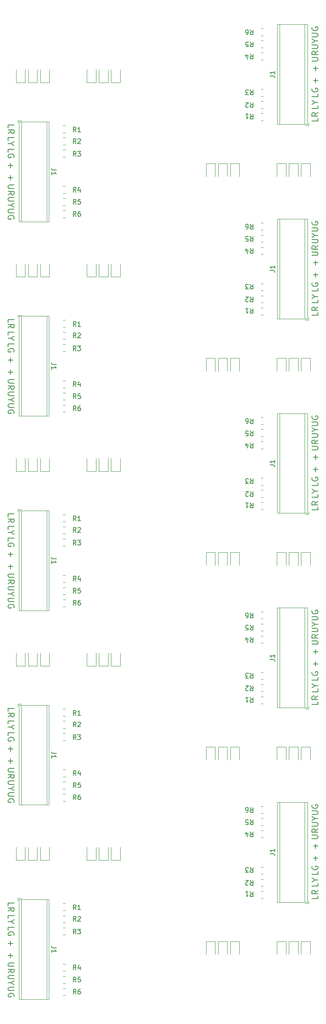
<source format=gto>
G04 #@! TF.GenerationSoftware,KiCad,Pcbnew,6.0.2+dfsg-1*
G04 #@! TF.CreationDate,2024-07-01T09:46:04-06:00*
G04 #@! TF.ProjectId,ckt-signal-2x-array,636b742d-7369-4676-9e61-6c2d32782d61,rev?*
G04 #@! TF.SameCoordinates,Original*
G04 #@! TF.FileFunction,Legend,Top*
G04 #@! TF.FilePolarity,Positive*
%FSLAX46Y46*%
G04 Gerber Fmt 4.6, Leading zero omitted, Abs format (unit mm)*
G04 Created by KiCad (PCBNEW 6.0.2+dfsg-1) date 2024-07-01 09:46:04*
%MOMM*%
%LPD*%
G01*
G04 APERTURE LIST*
%ADD10C,0.150000*%
%ADD11C,0.120000*%
G04 APERTURE END LIST*
D10*
X180531214Y-40803809D02*
X180531214Y-39836190D01*
X181015023Y-40320000D02*
X180047404Y-40320000D01*
X116468785Y-57641590D02*
X116468785Y-58609209D01*
X115984976Y-58125400D02*
X116952595Y-58125400D01*
X180531214Y-81494609D02*
X180531214Y-80526990D01*
X181015023Y-81010800D02*
X180047404Y-81010800D01*
X116468785Y-98332390D02*
X116468785Y-99300009D01*
X115984976Y-98816200D02*
X116952595Y-98816200D01*
X180531214Y-122185409D02*
X180531214Y-121217790D01*
X181015023Y-121701600D02*
X180047404Y-121701600D01*
X116468785Y-139023190D02*
X116468785Y-139990809D01*
X115984976Y-139507000D02*
X116952595Y-139507000D01*
X180531214Y-162876209D02*
X180531214Y-161908590D01*
X181015023Y-162392400D02*
X180047404Y-162392400D01*
X116468785Y-179713990D02*
X116468785Y-180681609D01*
X115984976Y-180197800D02*
X116952595Y-180197800D01*
X180531214Y-203567009D02*
X180531214Y-202599390D01*
X181015023Y-203083200D02*
X180047404Y-203083200D01*
X116468785Y-220404790D02*
X116468785Y-221372409D01*
X115984976Y-220888600D02*
X116952595Y-220888600D01*
X180531214Y-38263809D02*
X180531214Y-37296190D01*
X181015023Y-37780000D02*
X180047404Y-37780000D01*
X116468785Y-60181590D02*
X116468785Y-61149209D01*
X115984976Y-60665400D02*
X116952595Y-60665400D01*
X180531214Y-78954609D02*
X180531214Y-77986990D01*
X181015023Y-78470800D02*
X180047404Y-78470800D01*
X116468785Y-100872390D02*
X116468785Y-101840009D01*
X115984976Y-101356200D02*
X116952595Y-101356200D01*
X180531214Y-119645409D02*
X180531214Y-118677790D01*
X181015023Y-119161600D02*
X180047404Y-119161600D01*
X116468785Y-141563190D02*
X116468785Y-142530809D01*
X115984976Y-142047000D02*
X116952595Y-142047000D01*
X180531214Y-160336209D02*
X180531214Y-159368590D01*
X181015023Y-159852400D02*
X180047404Y-159852400D01*
X116468785Y-182253990D02*
X116468785Y-183221609D01*
X115984976Y-182737800D02*
X116952595Y-182737800D01*
X180531214Y-201027009D02*
X180531214Y-200059390D01*
X181015023Y-200543200D02*
X180047404Y-200543200D01*
X116468785Y-222944790D02*
X116468785Y-223912409D01*
X115984976Y-223428600D02*
X116952595Y-223428600D01*
X179745023Y-31157857D02*
X180773119Y-31157857D01*
X180894071Y-31097380D01*
X180954547Y-31036904D01*
X181015023Y-30915952D01*
X181015023Y-30674047D01*
X180954547Y-30553095D01*
X180894071Y-30492619D01*
X180773119Y-30432142D01*
X179745023Y-30432142D01*
X179805500Y-29162142D02*
X179745023Y-29283095D01*
X179745023Y-29464523D01*
X179805500Y-29645952D01*
X179926452Y-29766904D01*
X180047404Y-29827380D01*
X180289309Y-29887857D01*
X180470738Y-29887857D01*
X180712642Y-29827380D01*
X180833595Y-29766904D01*
X180954547Y-29645952D01*
X181015023Y-29464523D01*
X181015023Y-29343571D01*
X180954547Y-29162142D01*
X180894071Y-29101666D01*
X180470738Y-29101666D01*
X180470738Y-29343571D01*
X117254976Y-67287542D02*
X116226880Y-67287542D01*
X116105928Y-67348019D01*
X116045452Y-67408495D01*
X115984976Y-67529447D01*
X115984976Y-67771352D01*
X116045452Y-67892304D01*
X116105928Y-67952780D01*
X116226880Y-68013257D01*
X117254976Y-68013257D01*
X117194500Y-69283257D02*
X117254976Y-69162304D01*
X117254976Y-68980876D01*
X117194500Y-68799447D01*
X117073547Y-68678495D01*
X116952595Y-68618019D01*
X116710690Y-68557542D01*
X116529261Y-68557542D01*
X116287357Y-68618019D01*
X116166404Y-68678495D01*
X116045452Y-68799447D01*
X115984976Y-68980876D01*
X115984976Y-69101828D01*
X116045452Y-69283257D01*
X116105928Y-69343733D01*
X116529261Y-69343733D01*
X116529261Y-69101828D01*
X179745023Y-71848657D02*
X180773119Y-71848657D01*
X180894071Y-71788180D01*
X180954547Y-71727704D01*
X181015023Y-71606752D01*
X181015023Y-71364847D01*
X180954547Y-71243895D01*
X180894071Y-71183419D01*
X180773119Y-71122942D01*
X179745023Y-71122942D01*
X179805500Y-69852942D02*
X179745023Y-69973895D01*
X179745023Y-70155323D01*
X179805500Y-70336752D01*
X179926452Y-70457704D01*
X180047404Y-70518180D01*
X180289309Y-70578657D01*
X180470738Y-70578657D01*
X180712642Y-70518180D01*
X180833595Y-70457704D01*
X180954547Y-70336752D01*
X181015023Y-70155323D01*
X181015023Y-70034371D01*
X180954547Y-69852942D01*
X180894071Y-69792466D01*
X180470738Y-69792466D01*
X180470738Y-70034371D01*
X117254976Y-107978342D02*
X116226880Y-107978342D01*
X116105928Y-108038819D01*
X116045452Y-108099295D01*
X115984976Y-108220247D01*
X115984976Y-108462152D01*
X116045452Y-108583104D01*
X116105928Y-108643580D01*
X116226880Y-108704057D01*
X117254976Y-108704057D01*
X117194500Y-109974057D02*
X117254976Y-109853104D01*
X117254976Y-109671676D01*
X117194500Y-109490247D01*
X117073547Y-109369295D01*
X116952595Y-109308819D01*
X116710690Y-109248342D01*
X116529261Y-109248342D01*
X116287357Y-109308819D01*
X116166404Y-109369295D01*
X116045452Y-109490247D01*
X115984976Y-109671676D01*
X115984976Y-109792628D01*
X116045452Y-109974057D01*
X116105928Y-110034533D01*
X116529261Y-110034533D01*
X116529261Y-109792628D01*
X179745023Y-112539457D02*
X180773119Y-112539457D01*
X180894071Y-112478980D01*
X180954547Y-112418504D01*
X181015023Y-112297552D01*
X181015023Y-112055647D01*
X180954547Y-111934695D01*
X180894071Y-111874219D01*
X180773119Y-111813742D01*
X179745023Y-111813742D01*
X179805500Y-110543742D02*
X179745023Y-110664695D01*
X179745023Y-110846123D01*
X179805500Y-111027552D01*
X179926452Y-111148504D01*
X180047404Y-111208980D01*
X180289309Y-111269457D01*
X180470738Y-111269457D01*
X180712642Y-111208980D01*
X180833595Y-111148504D01*
X180954547Y-111027552D01*
X181015023Y-110846123D01*
X181015023Y-110725171D01*
X180954547Y-110543742D01*
X180894071Y-110483266D01*
X180470738Y-110483266D01*
X180470738Y-110725171D01*
X117254976Y-148669142D02*
X116226880Y-148669142D01*
X116105928Y-148729619D01*
X116045452Y-148790095D01*
X115984976Y-148911047D01*
X115984976Y-149152952D01*
X116045452Y-149273904D01*
X116105928Y-149334380D01*
X116226880Y-149394857D01*
X117254976Y-149394857D01*
X117194500Y-150664857D02*
X117254976Y-150543904D01*
X117254976Y-150362476D01*
X117194500Y-150181047D01*
X117073547Y-150060095D01*
X116952595Y-149999619D01*
X116710690Y-149939142D01*
X116529261Y-149939142D01*
X116287357Y-149999619D01*
X116166404Y-150060095D01*
X116045452Y-150181047D01*
X115984976Y-150362476D01*
X115984976Y-150483428D01*
X116045452Y-150664857D01*
X116105928Y-150725333D01*
X116529261Y-150725333D01*
X116529261Y-150483428D01*
X179745023Y-153230257D02*
X180773119Y-153230257D01*
X180894071Y-153169780D01*
X180954547Y-153109304D01*
X181015023Y-152988352D01*
X181015023Y-152746447D01*
X180954547Y-152625495D01*
X180894071Y-152565019D01*
X180773119Y-152504542D01*
X179745023Y-152504542D01*
X179805500Y-151234542D02*
X179745023Y-151355495D01*
X179745023Y-151536923D01*
X179805500Y-151718352D01*
X179926452Y-151839304D01*
X180047404Y-151899780D01*
X180289309Y-151960257D01*
X180470738Y-151960257D01*
X180712642Y-151899780D01*
X180833595Y-151839304D01*
X180954547Y-151718352D01*
X181015023Y-151536923D01*
X181015023Y-151415971D01*
X180954547Y-151234542D01*
X180894071Y-151174066D01*
X180470738Y-151174066D01*
X180470738Y-151415971D01*
X117254976Y-189359942D02*
X116226880Y-189359942D01*
X116105928Y-189420419D01*
X116045452Y-189480895D01*
X115984976Y-189601847D01*
X115984976Y-189843752D01*
X116045452Y-189964704D01*
X116105928Y-190025180D01*
X116226880Y-190085657D01*
X117254976Y-190085657D01*
X117194500Y-191355657D02*
X117254976Y-191234704D01*
X117254976Y-191053276D01*
X117194500Y-190871847D01*
X117073547Y-190750895D01*
X116952595Y-190690419D01*
X116710690Y-190629942D01*
X116529261Y-190629942D01*
X116287357Y-190690419D01*
X116166404Y-190750895D01*
X116045452Y-190871847D01*
X115984976Y-191053276D01*
X115984976Y-191174228D01*
X116045452Y-191355657D01*
X116105928Y-191416133D01*
X116529261Y-191416133D01*
X116529261Y-191174228D01*
X179745023Y-193921057D02*
X180773119Y-193921057D01*
X180894071Y-193860580D01*
X180954547Y-193800104D01*
X181015023Y-193679152D01*
X181015023Y-193437247D01*
X180954547Y-193316295D01*
X180894071Y-193255819D01*
X180773119Y-193195342D01*
X179745023Y-193195342D01*
X179805500Y-191925342D02*
X179745023Y-192046295D01*
X179745023Y-192227723D01*
X179805500Y-192409152D01*
X179926452Y-192530104D01*
X180047404Y-192590580D01*
X180289309Y-192651057D01*
X180470738Y-192651057D01*
X180712642Y-192590580D01*
X180833595Y-192530104D01*
X180954547Y-192409152D01*
X181015023Y-192227723D01*
X181015023Y-192106771D01*
X180954547Y-191925342D01*
X180894071Y-191864866D01*
X180470738Y-191864866D01*
X180470738Y-192106771D01*
X117254976Y-230050742D02*
X116226880Y-230050742D01*
X116105928Y-230111219D01*
X116045452Y-230171695D01*
X115984976Y-230292647D01*
X115984976Y-230534552D01*
X116045452Y-230655504D01*
X116105928Y-230715980D01*
X116226880Y-230776457D01*
X117254976Y-230776457D01*
X117194500Y-232046457D02*
X117254976Y-231925504D01*
X117254976Y-231744076D01*
X117194500Y-231562647D01*
X117073547Y-231441695D01*
X116952595Y-231381219D01*
X116710690Y-231320742D01*
X116529261Y-231320742D01*
X116287357Y-231381219D01*
X116166404Y-231441695D01*
X116045452Y-231562647D01*
X115984976Y-231744076D01*
X115984976Y-231865028D01*
X116045452Y-232046457D01*
X116105928Y-232106933D01*
X116529261Y-232106933D01*
X116529261Y-231865028D01*
X181015023Y-48181904D02*
X181015023Y-48786666D01*
X179745023Y-48786666D01*
X181015023Y-47032857D02*
X180410261Y-47456190D01*
X181015023Y-47758571D02*
X179745023Y-47758571D01*
X179745023Y-47274761D01*
X179805500Y-47153809D01*
X179865976Y-47093333D01*
X179986928Y-47032857D01*
X180168357Y-47032857D01*
X180289309Y-47093333D01*
X180349785Y-47153809D01*
X180410261Y-47274761D01*
X180410261Y-47758571D01*
X115984976Y-50263495D02*
X115984976Y-49658733D01*
X117254976Y-49658733D01*
X115984976Y-51412542D02*
X116589738Y-50989209D01*
X115984976Y-50686828D02*
X117254976Y-50686828D01*
X117254976Y-51170638D01*
X117194500Y-51291590D01*
X117134023Y-51352066D01*
X117013071Y-51412542D01*
X116831642Y-51412542D01*
X116710690Y-51352066D01*
X116650214Y-51291590D01*
X116589738Y-51170638D01*
X116589738Y-50686828D01*
X181015023Y-88872704D02*
X181015023Y-89477466D01*
X179745023Y-89477466D01*
X181015023Y-87723657D02*
X180410261Y-88146990D01*
X181015023Y-88449371D02*
X179745023Y-88449371D01*
X179745023Y-87965561D01*
X179805500Y-87844609D01*
X179865976Y-87784133D01*
X179986928Y-87723657D01*
X180168357Y-87723657D01*
X180289309Y-87784133D01*
X180349785Y-87844609D01*
X180410261Y-87965561D01*
X180410261Y-88449371D01*
X115984976Y-90954295D02*
X115984976Y-90349533D01*
X117254976Y-90349533D01*
X115984976Y-92103342D02*
X116589738Y-91680009D01*
X115984976Y-91377628D02*
X117254976Y-91377628D01*
X117254976Y-91861438D01*
X117194500Y-91982390D01*
X117134023Y-92042866D01*
X117013071Y-92103342D01*
X116831642Y-92103342D01*
X116710690Y-92042866D01*
X116650214Y-91982390D01*
X116589738Y-91861438D01*
X116589738Y-91377628D01*
X181015023Y-129563504D02*
X181015023Y-130168266D01*
X179745023Y-130168266D01*
X181015023Y-128414457D02*
X180410261Y-128837790D01*
X181015023Y-129140171D02*
X179745023Y-129140171D01*
X179745023Y-128656361D01*
X179805500Y-128535409D01*
X179865976Y-128474933D01*
X179986928Y-128414457D01*
X180168357Y-128414457D01*
X180289309Y-128474933D01*
X180349785Y-128535409D01*
X180410261Y-128656361D01*
X180410261Y-129140171D01*
X115984976Y-131645095D02*
X115984976Y-131040333D01*
X117254976Y-131040333D01*
X115984976Y-132794142D02*
X116589738Y-132370809D01*
X115984976Y-132068428D02*
X117254976Y-132068428D01*
X117254976Y-132552238D01*
X117194500Y-132673190D01*
X117134023Y-132733666D01*
X117013071Y-132794142D01*
X116831642Y-132794142D01*
X116710690Y-132733666D01*
X116650214Y-132673190D01*
X116589738Y-132552238D01*
X116589738Y-132068428D01*
X181015023Y-170254304D02*
X181015023Y-170859066D01*
X179745023Y-170859066D01*
X181015023Y-169105257D02*
X180410261Y-169528590D01*
X181015023Y-169830971D02*
X179745023Y-169830971D01*
X179745023Y-169347161D01*
X179805500Y-169226209D01*
X179865976Y-169165733D01*
X179986928Y-169105257D01*
X180168357Y-169105257D01*
X180289309Y-169165733D01*
X180349785Y-169226209D01*
X180410261Y-169347161D01*
X180410261Y-169830971D01*
X115984976Y-172335895D02*
X115984976Y-171731133D01*
X117254976Y-171731133D01*
X115984976Y-173484942D02*
X116589738Y-173061609D01*
X115984976Y-172759228D02*
X117254976Y-172759228D01*
X117254976Y-173243038D01*
X117194500Y-173363990D01*
X117134023Y-173424466D01*
X117013071Y-173484942D01*
X116831642Y-173484942D01*
X116710690Y-173424466D01*
X116650214Y-173363990D01*
X116589738Y-173243038D01*
X116589738Y-172759228D01*
X181015023Y-210945104D02*
X181015023Y-211549866D01*
X179745023Y-211549866D01*
X181015023Y-209796057D02*
X180410261Y-210219390D01*
X181015023Y-210521771D02*
X179745023Y-210521771D01*
X179745023Y-210037961D01*
X179805500Y-209917009D01*
X179865976Y-209856533D01*
X179986928Y-209796057D01*
X180168357Y-209796057D01*
X180289309Y-209856533D01*
X180349785Y-209917009D01*
X180410261Y-210037961D01*
X180410261Y-210521771D01*
X115984976Y-213026695D02*
X115984976Y-212421933D01*
X117254976Y-212421933D01*
X115984976Y-214175742D02*
X116589738Y-213752409D01*
X115984976Y-213450028D02*
X117254976Y-213450028D01*
X117254976Y-213933838D01*
X117194500Y-214054790D01*
X117134023Y-214115266D01*
X117013071Y-214175742D01*
X116831642Y-214175742D01*
X116710690Y-214115266D01*
X116650214Y-214054790D01*
X116589738Y-213933838D01*
X116589738Y-213450028D01*
X181015023Y-43101904D02*
X181015023Y-43706666D01*
X179745023Y-43706666D01*
X179805500Y-42013333D02*
X179745023Y-42134285D01*
X179745023Y-42315714D01*
X179805500Y-42497142D01*
X179926452Y-42618095D01*
X180047404Y-42678571D01*
X180289309Y-42739047D01*
X180470738Y-42739047D01*
X180712642Y-42678571D01*
X180833595Y-42618095D01*
X180954547Y-42497142D01*
X181015023Y-42315714D01*
X181015023Y-42194761D01*
X180954547Y-42013333D01*
X180894071Y-41952857D01*
X180470738Y-41952857D01*
X180470738Y-42194761D01*
X115984976Y-55343495D02*
X115984976Y-54738733D01*
X117254976Y-54738733D01*
X117194500Y-56432066D02*
X117254976Y-56311114D01*
X117254976Y-56129685D01*
X117194500Y-55948257D01*
X117073547Y-55827304D01*
X116952595Y-55766828D01*
X116710690Y-55706352D01*
X116529261Y-55706352D01*
X116287357Y-55766828D01*
X116166404Y-55827304D01*
X116045452Y-55948257D01*
X115984976Y-56129685D01*
X115984976Y-56250638D01*
X116045452Y-56432066D01*
X116105928Y-56492542D01*
X116529261Y-56492542D01*
X116529261Y-56250638D01*
X181015023Y-83792704D02*
X181015023Y-84397466D01*
X179745023Y-84397466D01*
X179805500Y-82704133D02*
X179745023Y-82825085D01*
X179745023Y-83006514D01*
X179805500Y-83187942D01*
X179926452Y-83308895D01*
X180047404Y-83369371D01*
X180289309Y-83429847D01*
X180470738Y-83429847D01*
X180712642Y-83369371D01*
X180833595Y-83308895D01*
X180954547Y-83187942D01*
X181015023Y-83006514D01*
X181015023Y-82885561D01*
X180954547Y-82704133D01*
X180894071Y-82643657D01*
X180470738Y-82643657D01*
X180470738Y-82885561D01*
X115984976Y-96034295D02*
X115984976Y-95429533D01*
X117254976Y-95429533D01*
X117194500Y-97122866D02*
X117254976Y-97001914D01*
X117254976Y-96820485D01*
X117194500Y-96639057D01*
X117073547Y-96518104D01*
X116952595Y-96457628D01*
X116710690Y-96397152D01*
X116529261Y-96397152D01*
X116287357Y-96457628D01*
X116166404Y-96518104D01*
X116045452Y-96639057D01*
X115984976Y-96820485D01*
X115984976Y-96941438D01*
X116045452Y-97122866D01*
X116105928Y-97183342D01*
X116529261Y-97183342D01*
X116529261Y-96941438D01*
X181015023Y-124483504D02*
X181015023Y-125088266D01*
X179745023Y-125088266D01*
X179805500Y-123394933D02*
X179745023Y-123515885D01*
X179745023Y-123697314D01*
X179805500Y-123878742D01*
X179926452Y-123999695D01*
X180047404Y-124060171D01*
X180289309Y-124120647D01*
X180470738Y-124120647D01*
X180712642Y-124060171D01*
X180833595Y-123999695D01*
X180954547Y-123878742D01*
X181015023Y-123697314D01*
X181015023Y-123576361D01*
X180954547Y-123394933D01*
X180894071Y-123334457D01*
X180470738Y-123334457D01*
X180470738Y-123576361D01*
X115984976Y-136725095D02*
X115984976Y-136120333D01*
X117254976Y-136120333D01*
X117194500Y-137813666D02*
X117254976Y-137692714D01*
X117254976Y-137511285D01*
X117194500Y-137329857D01*
X117073547Y-137208904D01*
X116952595Y-137148428D01*
X116710690Y-137087952D01*
X116529261Y-137087952D01*
X116287357Y-137148428D01*
X116166404Y-137208904D01*
X116045452Y-137329857D01*
X115984976Y-137511285D01*
X115984976Y-137632238D01*
X116045452Y-137813666D01*
X116105928Y-137874142D01*
X116529261Y-137874142D01*
X116529261Y-137632238D01*
X181015023Y-165174304D02*
X181015023Y-165779066D01*
X179745023Y-165779066D01*
X179805500Y-164085733D02*
X179745023Y-164206685D01*
X179745023Y-164388114D01*
X179805500Y-164569542D01*
X179926452Y-164690495D01*
X180047404Y-164750971D01*
X180289309Y-164811447D01*
X180470738Y-164811447D01*
X180712642Y-164750971D01*
X180833595Y-164690495D01*
X180954547Y-164569542D01*
X181015023Y-164388114D01*
X181015023Y-164267161D01*
X180954547Y-164085733D01*
X180894071Y-164025257D01*
X180470738Y-164025257D01*
X180470738Y-164267161D01*
X115984976Y-177415895D02*
X115984976Y-176811133D01*
X117254976Y-176811133D01*
X117194500Y-178504466D02*
X117254976Y-178383514D01*
X117254976Y-178202085D01*
X117194500Y-178020657D01*
X117073547Y-177899704D01*
X116952595Y-177839228D01*
X116710690Y-177778752D01*
X116529261Y-177778752D01*
X116287357Y-177839228D01*
X116166404Y-177899704D01*
X116045452Y-178020657D01*
X115984976Y-178202085D01*
X115984976Y-178323038D01*
X116045452Y-178504466D01*
X116105928Y-178564942D01*
X116529261Y-178564942D01*
X116529261Y-178323038D01*
X181015023Y-205865104D02*
X181015023Y-206469866D01*
X179745023Y-206469866D01*
X179805500Y-204776533D02*
X179745023Y-204897485D01*
X179745023Y-205078914D01*
X179805500Y-205260342D01*
X179926452Y-205381295D01*
X180047404Y-205441771D01*
X180289309Y-205502247D01*
X180470738Y-205502247D01*
X180712642Y-205441771D01*
X180833595Y-205381295D01*
X180954547Y-205260342D01*
X181015023Y-205078914D01*
X181015023Y-204957961D01*
X180954547Y-204776533D01*
X180894071Y-204716057D01*
X180470738Y-204716057D01*
X180470738Y-204957961D01*
X115984976Y-218106695D02*
X115984976Y-217501933D01*
X117254976Y-217501933D01*
X117194500Y-219195266D02*
X117254976Y-219074314D01*
X117254976Y-218892885D01*
X117194500Y-218711457D01*
X117073547Y-218590504D01*
X116952595Y-218530028D01*
X116710690Y-218469552D01*
X116529261Y-218469552D01*
X116287357Y-218530028D01*
X116166404Y-218590504D01*
X116045452Y-218711457D01*
X115984976Y-218892885D01*
X115984976Y-219013838D01*
X116045452Y-219195266D01*
X116105928Y-219255742D01*
X116529261Y-219255742D01*
X116529261Y-219013838D01*
X179745023Y-36237857D02*
X180773119Y-36237857D01*
X180894071Y-36177380D01*
X180954547Y-36116904D01*
X181015023Y-35995952D01*
X181015023Y-35754047D01*
X180954547Y-35633095D01*
X180894071Y-35572619D01*
X180773119Y-35512142D01*
X179745023Y-35512142D01*
X181015023Y-34181666D02*
X180410261Y-34605000D01*
X181015023Y-34907380D02*
X179745023Y-34907380D01*
X179745023Y-34423571D01*
X179805500Y-34302619D01*
X179865976Y-34242142D01*
X179986928Y-34181666D01*
X180168357Y-34181666D01*
X180289309Y-34242142D01*
X180349785Y-34302619D01*
X180410261Y-34423571D01*
X180410261Y-34907380D01*
X117254976Y-62207542D02*
X116226880Y-62207542D01*
X116105928Y-62268019D01*
X116045452Y-62328495D01*
X115984976Y-62449447D01*
X115984976Y-62691352D01*
X116045452Y-62812304D01*
X116105928Y-62872780D01*
X116226880Y-62933257D01*
X117254976Y-62933257D01*
X115984976Y-64263733D02*
X116589738Y-63840400D01*
X115984976Y-63538019D02*
X117254976Y-63538019D01*
X117254976Y-64021828D01*
X117194500Y-64142780D01*
X117134023Y-64203257D01*
X117013071Y-64263733D01*
X116831642Y-64263733D01*
X116710690Y-64203257D01*
X116650214Y-64142780D01*
X116589738Y-64021828D01*
X116589738Y-63538019D01*
X179745023Y-76928657D02*
X180773119Y-76928657D01*
X180894071Y-76868180D01*
X180954547Y-76807704D01*
X181015023Y-76686752D01*
X181015023Y-76444847D01*
X180954547Y-76323895D01*
X180894071Y-76263419D01*
X180773119Y-76202942D01*
X179745023Y-76202942D01*
X181015023Y-74872466D02*
X180410261Y-75295800D01*
X181015023Y-75598180D02*
X179745023Y-75598180D01*
X179745023Y-75114371D01*
X179805500Y-74993419D01*
X179865976Y-74932942D01*
X179986928Y-74872466D01*
X180168357Y-74872466D01*
X180289309Y-74932942D01*
X180349785Y-74993419D01*
X180410261Y-75114371D01*
X180410261Y-75598180D01*
X117254976Y-102898342D02*
X116226880Y-102898342D01*
X116105928Y-102958819D01*
X116045452Y-103019295D01*
X115984976Y-103140247D01*
X115984976Y-103382152D01*
X116045452Y-103503104D01*
X116105928Y-103563580D01*
X116226880Y-103624057D01*
X117254976Y-103624057D01*
X115984976Y-104954533D02*
X116589738Y-104531200D01*
X115984976Y-104228819D02*
X117254976Y-104228819D01*
X117254976Y-104712628D01*
X117194500Y-104833580D01*
X117134023Y-104894057D01*
X117013071Y-104954533D01*
X116831642Y-104954533D01*
X116710690Y-104894057D01*
X116650214Y-104833580D01*
X116589738Y-104712628D01*
X116589738Y-104228819D01*
X179745023Y-117619457D02*
X180773119Y-117619457D01*
X180894071Y-117558980D01*
X180954547Y-117498504D01*
X181015023Y-117377552D01*
X181015023Y-117135647D01*
X180954547Y-117014695D01*
X180894071Y-116954219D01*
X180773119Y-116893742D01*
X179745023Y-116893742D01*
X181015023Y-115563266D02*
X180410261Y-115986600D01*
X181015023Y-116288980D02*
X179745023Y-116288980D01*
X179745023Y-115805171D01*
X179805500Y-115684219D01*
X179865976Y-115623742D01*
X179986928Y-115563266D01*
X180168357Y-115563266D01*
X180289309Y-115623742D01*
X180349785Y-115684219D01*
X180410261Y-115805171D01*
X180410261Y-116288980D01*
X117254976Y-143589142D02*
X116226880Y-143589142D01*
X116105928Y-143649619D01*
X116045452Y-143710095D01*
X115984976Y-143831047D01*
X115984976Y-144072952D01*
X116045452Y-144193904D01*
X116105928Y-144254380D01*
X116226880Y-144314857D01*
X117254976Y-144314857D01*
X115984976Y-145645333D02*
X116589738Y-145222000D01*
X115984976Y-144919619D02*
X117254976Y-144919619D01*
X117254976Y-145403428D01*
X117194500Y-145524380D01*
X117134023Y-145584857D01*
X117013071Y-145645333D01*
X116831642Y-145645333D01*
X116710690Y-145584857D01*
X116650214Y-145524380D01*
X116589738Y-145403428D01*
X116589738Y-144919619D01*
X179745023Y-158310257D02*
X180773119Y-158310257D01*
X180894071Y-158249780D01*
X180954547Y-158189304D01*
X181015023Y-158068352D01*
X181015023Y-157826447D01*
X180954547Y-157705495D01*
X180894071Y-157645019D01*
X180773119Y-157584542D01*
X179745023Y-157584542D01*
X181015023Y-156254066D02*
X180410261Y-156677400D01*
X181015023Y-156979780D02*
X179745023Y-156979780D01*
X179745023Y-156495971D01*
X179805500Y-156375019D01*
X179865976Y-156314542D01*
X179986928Y-156254066D01*
X180168357Y-156254066D01*
X180289309Y-156314542D01*
X180349785Y-156375019D01*
X180410261Y-156495971D01*
X180410261Y-156979780D01*
X117254976Y-184279942D02*
X116226880Y-184279942D01*
X116105928Y-184340419D01*
X116045452Y-184400895D01*
X115984976Y-184521847D01*
X115984976Y-184763752D01*
X116045452Y-184884704D01*
X116105928Y-184945180D01*
X116226880Y-185005657D01*
X117254976Y-185005657D01*
X115984976Y-186336133D02*
X116589738Y-185912800D01*
X115984976Y-185610419D02*
X117254976Y-185610419D01*
X117254976Y-186094228D01*
X117194500Y-186215180D01*
X117134023Y-186275657D01*
X117013071Y-186336133D01*
X116831642Y-186336133D01*
X116710690Y-186275657D01*
X116650214Y-186215180D01*
X116589738Y-186094228D01*
X116589738Y-185610419D01*
X179745023Y-199001057D02*
X180773119Y-199001057D01*
X180894071Y-198940580D01*
X180954547Y-198880104D01*
X181015023Y-198759152D01*
X181015023Y-198517247D01*
X180954547Y-198396295D01*
X180894071Y-198335819D01*
X180773119Y-198275342D01*
X179745023Y-198275342D01*
X181015023Y-196944866D02*
X180410261Y-197368200D01*
X181015023Y-197670580D02*
X179745023Y-197670580D01*
X179745023Y-197186771D01*
X179805500Y-197065819D01*
X179865976Y-197005342D01*
X179986928Y-196944866D01*
X180168357Y-196944866D01*
X180289309Y-197005342D01*
X180349785Y-197065819D01*
X180410261Y-197186771D01*
X180410261Y-197670580D01*
X117254976Y-224970742D02*
X116226880Y-224970742D01*
X116105928Y-225031219D01*
X116045452Y-225091695D01*
X115984976Y-225212647D01*
X115984976Y-225454552D01*
X116045452Y-225575504D01*
X116105928Y-225635980D01*
X116226880Y-225696457D01*
X117254976Y-225696457D01*
X115984976Y-227026933D02*
X116589738Y-226603600D01*
X115984976Y-226301219D02*
X117254976Y-226301219D01*
X117254976Y-226785028D01*
X117194500Y-226905980D01*
X117134023Y-226966457D01*
X117013071Y-227026933D01*
X116831642Y-227026933D01*
X116710690Y-226966457D01*
X116650214Y-226905980D01*
X116589738Y-226785028D01*
X116589738Y-226301219D01*
X179745023Y-33607142D02*
X180773119Y-33607142D01*
X180894071Y-33546666D01*
X180954547Y-33486190D01*
X181015023Y-33365238D01*
X181015023Y-33123333D01*
X180954547Y-33002380D01*
X180894071Y-32941904D01*
X180773119Y-32881428D01*
X179745023Y-32881428D01*
X180410261Y-32034761D02*
X181015023Y-32034761D01*
X179745023Y-32458095D02*
X180410261Y-32034761D01*
X179745023Y-31611428D01*
X117254976Y-64838257D02*
X116226880Y-64838257D01*
X116105928Y-64898733D01*
X116045452Y-64959209D01*
X115984976Y-65080161D01*
X115984976Y-65322066D01*
X116045452Y-65443019D01*
X116105928Y-65503495D01*
X116226880Y-65563971D01*
X117254976Y-65563971D01*
X116589738Y-66410638D02*
X115984976Y-66410638D01*
X117254976Y-65987304D02*
X116589738Y-66410638D01*
X117254976Y-66833971D01*
X179745023Y-74297942D02*
X180773119Y-74297942D01*
X180894071Y-74237466D01*
X180954547Y-74176990D01*
X181015023Y-74056038D01*
X181015023Y-73814133D01*
X180954547Y-73693180D01*
X180894071Y-73632704D01*
X180773119Y-73572228D01*
X179745023Y-73572228D01*
X180410261Y-72725561D02*
X181015023Y-72725561D01*
X179745023Y-73148895D02*
X180410261Y-72725561D01*
X179745023Y-72302228D01*
X117254976Y-105529057D02*
X116226880Y-105529057D01*
X116105928Y-105589533D01*
X116045452Y-105650009D01*
X115984976Y-105770961D01*
X115984976Y-106012866D01*
X116045452Y-106133819D01*
X116105928Y-106194295D01*
X116226880Y-106254771D01*
X117254976Y-106254771D01*
X116589738Y-107101438D02*
X115984976Y-107101438D01*
X117254976Y-106678104D02*
X116589738Y-107101438D01*
X117254976Y-107524771D01*
X179745023Y-114988742D02*
X180773119Y-114988742D01*
X180894071Y-114928266D01*
X180954547Y-114867790D01*
X181015023Y-114746838D01*
X181015023Y-114504933D01*
X180954547Y-114383980D01*
X180894071Y-114323504D01*
X180773119Y-114263028D01*
X179745023Y-114263028D01*
X180410261Y-113416361D02*
X181015023Y-113416361D01*
X179745023Y-113839695D02*
X180410261Y-113416361D01*
X179745023Y-112993028D01*
X117254976Y-146219857D02*
X116226880Y-146219857D01*
X116105928Y-146280333D01*
X116045452Y-146340809D01*
X115984976Y-146461761D01*
X115984976Y-146703666D01*
X116045452Y-146824619D01*
X116105928Y-146885095D01*
X116226880Y-146945571D01*
X117254976Y-146945571D01*
X116589738Y-147792238D02*
X115984976Y-147792238D01*
X117254976Y-147368904D02*
X116589738Y-147792238D01*
X117254976Y-148215571D01*
X179745023Y-155679542D02*
X180773119Y-155679542D01*
X180894071Y-155619066D01*
X180954547Y-155558590D01*
X181015023Y-155437638D01*
X181015023Y-155195733D01*
X180954547Y-155074780D01*
X180894071Y-155014304D01*
X180773119Y-154953828D01*
X179745023Y-154953828D01*
X180410261Y-154107161D02*
X181015023Y-154107161D01*
X179745023Y-154530495D02*
X180410261Y-154107161D01*
X179745023Y-153683828D01*
X117254976Y-186910657D02*
X116226880Y-186910657D01*
X116105928Y-186971133D01*
X116045452Y-187031609D01*
X115984976Y-187152561D01*
X115984976Y-187394466D01*
X116045452Y-187515419D01*
X116105928Y-187575895D01*
X116226880Y-187636371D01*
X117254976Y-187636371D01*
X116589738Y-188483038D02*
X115984976Y-188483038D01*
X117254976Y-188059704D02*
X116589738Y-188483038D01*
X117254976Y-188906371D01*
X179745023Y-196370342D02*
X180773119Y-196370342D01*
X180894071Y-196309866D01*
X180954547Y-196249390D01*
X181015023Y-196128438D01*
X181015023Y-195886533D01*
X180954547Y-195765580D01*
X180894071Y-195705104D01*
X180773119Y-195644628D01*
X179745023Y-195644628D01*
X180410261Y-194797961D02*
X181015023Y-194797961D01*
X179745023Y-195221295D02*
X180410261Y-194797961D01*
X179745023Y-194374628D01*
X117254976Y-227601457D02*
X116226880Y-227601457D01*
X116105928Y-227661933D01*
X116045452Y-227722409D01*
X115984976Y-227843361D01*
X115984976Y-228085266D01*
X116045452Y-228206219D01*
X116105928Y-228266695D01*
X116226880Y-228327171D01*
X117254976Y-228327171D01*
X116589738Y-229173838D02*
X115984976Y-229173838D01*
X117254976Y-228750504D02*
X116589738Y-229173838D01*
X117254976Y-229597171D01*
X181015023Y-45551190D02*
X181015023Y-46155952D01*
X179745023Y-46155952D01*
X180410261Y-44885952D02*
X181015023Y-44885952D01*
X179745023Y-45309285D02*
X180410261Y-44885952D01*
X179745023Y-44462619D01*
X115984976Y-52894209D02*
X115984976Y-52289447D01*
X117254976Y-52289447D01*
X116589738Y-53559447D02*
X115984976Y-53559447D01*
X117254976Y-53136114D02*
X116589738Y-53559447D01*
X117254976Y-53982780D01*
X181015023Y-86241990D02*
X181015023Y-86846752D01*
X179745023Y-86846752D01*
X180410261Y-85576752D02*
X181015023Y-85576752D01*
X179745023Y-86000085D02*
X180410261Y-85576752D01*
X179745023Y-85153419D01*
X115984976Y-93585009D02*
X115984976Y-92980247D01*
X117254976Y-92980247D01*
X116589738Y-94250247D02*
X115984976Y-94250247D01*
X117254976Y-93826914D02*
X116589738Y-94250247D01*
X117254976Y-94673580D01*
X181015023Y-126932790D02*
X181015023Y-127537552D01*
X179745023Y-127537552D01*
X180410261Y-126267552D02*
X181015023Y-126267552D01*
X179745023Y-126690885D02*
X180410261Y-126267552D01*
X179745023Y-125844219D01*
X115984976Y-134275809D02*
X115984976Y-133671047D01*
X117254976Y-133671047D01*
X116589738Y-134941047D02*
X115984976Y-134941047D01*
X117254976Y-134517714D02*
X116589738Y-134941047D01*
X117254976Y-135364380D01*
X181015023Y-167623590D02*
X181015023Y-168228352D01*
X179745023Y-168228352D01*
X180410261Y-166958352D02*
X181015023Y-166958352D01*
X179745023Y-167381685D02*
X180410261Y-166958352D01*
X179745023Y-166535019D01*
X115984976Y-174966609D02*
X115984976Y-174361847D01*
X117254976Y-174361847D01*
X116589738Y-175631847D02*
X115984976Y-175631847D01*
X117254976Y-175208514D02*
X116589738Y-175631847D01*
X117254976Y-176055180D01*
X181015023Y-208314390D02*
X181015023Y-208919152D01*
X179745023Y-208919152D01*
X180410261Y-207649152D02*
X181015023Y-207649152D01*
X179745023Y-208072485D02*
X180410261Y-207649152D01*
X179745023Y-207225819D01*
X115984976Y-215657409D02*
X115984976Y-215052647D01*
X117254976Y-215052647D01*
X116589738Y-216322647D02*
X115984976Y-216322647D01*
X117254976Y-215899314D02*
X116589738Y-216322647D01*
X117254976Y-216745980D01*
X130235833Y-56164780D02*
X129902500Y-55688590D01*
X129664404Y-56164780D02*
X129664404Y-55164780D01*
X130045357Y-55164780D01*
X130140595Y-55212400D01*
X130188214Y-55260019D01*
X130235833Y-55355257D01*
X130235833Y-55498114D01*
X130188214Y-55593352D01*
X130140595Y-55640971D01*
X130045357Y-55688590D01*
X129664404Y-55688590D01*
X130569166Y-55164780D02*
X131188214Y-55164780D01*
X130854880Y-55545733D01*
X130997738Y-55545733D01*
X131092976Y-55593352D01*
X131140595Y-55640971D01*
X131188214Y-55736209D01*
X131188214Y-55974304D01*
X131140595Y-56069542D01*
X131092976Y-56117161D01*
X130997738Y-56164780D01*
X130712023Y-56164780D01*
X130616785Y-56117161D01*
X130569166Y-56069542D01*
X166764166Y-205043819D02*
X167097500Y-205520009D01*
X167335595Y-205043819D02*
X167335595Y-206043819D01*
X166954642Y-206043819D01*
X166859404Y-205996200D01*
X166811785Y-205948580D01*
X166764166Y-205853342D01*
X166764166Y-205710485D01*
X166811785Y-205615247D01*
X166859404Y-205567628D01*
X166954642Y-205520009D01*
X167335595Y-205520009D01*
X166430833Y-206043819D02*
X165811785Y-206043819D01*
X166145119Y-205662866D01*
X166002261Y-205662866D01*
X165907023Y-205615247D01*
X165859404Y-205567628D01*
X165811785Y-205472390D01*
X165811785Y-205234295D01*
X165859404Y-205139057D01*
X165907023Y-205091438D01*
X166002261Y-205043819D01*
X166287976Y-205043819D01*
X166383214Y-205091438D01*
X166430833Y-205139057D01*
X130235833Y-134879380D02*
X129902500Y-134403190D01*
X129664404Y-134879380D02*
X129664404Y-133879380D01*
X130045357Y-133879380D01*
X130140595Y-133927000D01*
X130188214Y-133974619D01*
X130235833Y-134069857D01*
X130235833Y-134212714D01*
X130188214Y-134307952D01*
X130140595Y-134355571D01*
X130045357Y-134403190D01*
X129664404Y-134403190D01*
X130616785Y-133974619D02*
X130664404Y-133927000D01*
X130759642Y-133879380D01*
X130997738Y-133879380D01*
X131092976Y-133927000D01*
X131140595Y-133974619D01*
X131188214Y-134069857D01*
X131188214Y-134165095D01*
X131140595Y-134307952D01*
X130569166Y-134879380D01*
X131188214Y-134879380D01*
X166764166Y-32247619D02*
X167097500Y-32723809D01*
X167335595Y-32247619D02*
X167335595Y-33247619D01*
X166954642Y-33247619D01*
X166859404Y-33200000D01*
X166811785Y-33152380D01*
X166764166Y-33057142D01*
X166764166Y-32914285D01*
X166811785Y-32819047D01*
X166859404Y-32771428D01*
X166954642Y-32723809D01*
X167335595Y-32723809D01*
X165859404Y-33247619D02*
X166335595Y-33247619D01*
X166383214Y-32771428D01*
X166335595Y-32819047D01*
X166240357Y-32866666D01*
X166002261Y-32866666D01*
X165907023Y-32819047D01*
X165859404Y-32771428D01*
X165811785Y-32676190D01*
X165811785Y-32438095D01*
X165859404Y-32342857D01*
X165907023Y-32295238D01*
X166002261Y-32247619D01*
X166240357Y-32247619D01*
X166335595Y-32295238D01*
X166383214Y-32342857D01*
X166764166Y-169433019D02*
X167097500Y-169909209D01*
X167335595Y-169433019D02*
X167335595Y-170433019D01*
X166954642Y-170433019D01*
X166859404Y-170385400D01*
X166811785Y-170337780D01*
X166764166Y-170242542D01*
X166764166Y-170099685D01*
X166811785Y-170004447D01*
X166859404Y-169956828D01*
X166954642Y-169909209D01*
X167335595Y-169909209D01*
X165811785Y-169433019D02*
X166383214Y-169433019D01*
X166097500Y-169433019D02*
X166097500Y-170433019D01*
X166192738Y-170290161D01*
X166287976Y-170194923D01*
X166383214Y-170147304D01*
X166764166Y-29707619D02*
X167097500Y-30183809D01*
X167335595Y-29707619D02*
X167335595Y-30707619D01*
X166954642Y-30707619D01*
X166859404Y-30660000D01*
X166811785Y-30612380D01*
X166764166Y-30517142D01*
X166764166Y-30374285D01*
X166811785Y-30279047D01*
X166859404Y-30231428D01*
X166954642Y-30183809D01*
X167335595Y-30183809D01*
X165907023Y-30707619D02*
X166097500Y-30707619D01*
X166192738Y-30660000D01*
X166240357Y-30612380D01*
X166335595Y-30469523D01*
X166383214Y-30279047D01*
X166383214Y-29898095D01*
X166335595Y-29802857D01*
X166287976Y-29755238D01*
X166192738Y-29707619D01*
X166002261Y-29707619D01*
X165907023Y-29755238D01*
X165859404Y-29802857D01*
X165811785Y-29898095D01*
X165811785Y-30136190D01*
X165859404Y-30231428D01*
X165907023Y-30279047D01*
X166002261Y-30326666D01*
X166192738Y-30326666D01*
X166287976Y-30279047D01*
X166335595Y-30231428D01*
X166383214Y-30136190D01*
X130235833Y-175570180D02*
X129902500Y-175093990D01*
X129664404Y-175570180D02*
X129664404Y-174570180D01*
X130045357Y-174570180D01*
X130140595Y-174617800D01*
X130188214Y-174665419D01*
X130235833Y-174760657D01*
X130235833Y-174903514D01*
X130188214Y-174998752D01*
X130140595Y-175046371D01*
X130045357Y-175093990D01*
X129664404Y-175093990D01*
X130616785Y-174665419D02*
X130664404Y-174617800D01*
X130759642Y-174570180D01*
X130997738Y-174570180D01*
X131092976Y-174617800D01*
X131140595Y-174665419D01*
X131188214Y-174760657D01*
X131188214Y-174855895D01*
X131140595Y-174998752D01*
X130569166Y-175570180D01*
X131188214Y-175570180D01*
X166764166Y-70398419D02*
X167097500Y-70874609D01*
X167335595Y-70398419D02*
X167335595Y-71398419D01*
X166954642Y-71398419D01*
X166859404Y-71350800D01*
X166811785Y-71303180D01*
X166764166Y-71207942D01*
X166764166Y-71065085D01*
X166811785Y-70969847D01*
X166859404Y-70922228D01*
X166954642Y-70874609D01*
X167335595Y-70874609D01*
X165907023Y-71398419D02*
X166097500Y-71398419D01*
X166192738Y-71350800D01*
X166240357Y-71303180D01*
X166335595Y-71160323D01*
X166383214Y-70969847D01*
X166383214Y-70588895D01*
X166335595Y-70493657D01*
X166287976Y-70446038D01*
X166192738Y-70398419D01*
X166002261Y-70398419D01*
X165907023Y-70446038D01*
X165859404Y-70493657D01*
X165811785Y-70588895D01*
X165811785Y-70826990D01*
X165859404Y-70922228D01*
X165907023Y-70969847D01*
X166002261Y-71017466D01*
X166192738Y-71017466D01*
X166287976Y-70969847D01*
X166335595Y-70922228D01*
X166383214Y-70826990D01*
X130235833Y-190810180D02*
X129902500Y-190333990D01*
X129664404Y-190810180D02*
X129664404Y-189810180D01*
X130045357Y-189810180D01*
X130140595Y-189857800D01*
X130188214Y-189905419D01*
X130235833Y-190000657D01*
X130235833Y-190143514D01*
X130188214Y-190238752D01*
X130140595Y-190286371D01*
X130045357Y-190333990D01*
X129664404Y-190333990D01*
X131092976Y-189810180D02*
X130902500Y-189810180D01*
X130807261Y-189857800D01*
X130759642Y-189905419D01*
X130664404Y-190048276D01*
X130616785Y-190238752D01*
X130616785Y-190619704D01*
X130664404Y-190714942D01*
X130712023Y-190762561D01*
X130807261Y-190810180D01*
X130997738Y-190810180D01*
X131092976Y-190762561D01*
X131140595Y-190714942D01*
X131188214Y-190619704D01*
X131188214Y-190381609D01*
X131140595Y-190286371D01*
X131092976Y-190238752D01*
X130997738Y-190191133D01*
X130807261Y-190191133D01*
X130712023Y-190238752D01*
X130664404Y-190286371D01*
X130616785Y-190381609D01*
X166764166Y-207710819D02*
X167097500Y-208187009D01*
X167335595Y-207710819D02*
X167335595Y-208710819D01*
X166954642Y-208710819D01*
X166859404Y-208663200D01*
X166811785Y-208615580D01*
X166764166Y-208520342D01*
X166764166Y-208377485D01*
X166811785Y-208282247D01*
X166859404Y-208234628D01*
X166954642Y-208187009D01*
X167335595Y-208187009D01*
X166383214Y-208615580D02*
X166335595Y-208663200D01*
X166240357Y-208710819D01*
X166002261Y-208710819D01*
X165907023Y-208663200D01*
X165859404Y-208615580D01*
X165811785Y-208520342D01*
X165811785Y-208425104D01*
X165859404Y-208282247D01*
X166430833Y-207710819D01*
X165811785Y-207710819D01*
X126093119Y-59062066D02*
X125378833Y-59062066D01*
X125235976Y-59014447D01*
X125140738Y-58919209D01*
X125093119Y-58776352D01*
X125093119Y-58681114D01*
X125093119Y-60062066D02*
X125093119Y-59490638D01*
X125093119Y-59776352D02*
X126093119Y-59776352D01*
X125950261Y-59681114D01*
X125855023Y-59585876D01*
X125807404Y-59490638D01*
X130235833Y-66197780D02*
X129902500Y-65721590D01*
X129664404Y-66197780D02*
X129664404Y-65197780D01*
X130045357Y-65197780D01*
X130140595Y-65245400D01*
X130188214Y-65293019D01*
X130235833Y-65388257D01*
X130235833Y-65531114D01*
X130188214Y-65626352D01*
X130140595Y-65673971D01*
X130045357Y-65721590D01*
X129664404Y-65721590D01*
X131140595Y-65197780D02*
X130664404Y-65197780D01*
X130616785Y-65673971D01*
X130664404Y-65626352D01*
X130759642Y-65578733D01*
X130997738Y-65578733D01*
X131092976Y-65626352D01*
X131140595Y-65673971D01*
X131188214Y-65769209D01*
X131188214Y-66007304D01*
X131140595Y-66102542D01*
X131092976Y-66150161D01*
X130997738Y-66197780D01*
X130759642Y-66197780D01*
X130664404Y-66150161D01*
X130616785Y-66102542D01*
X166764166Y-128742219D02*
X167097500Y-129218409D01*
X167335595Y-128742219D02*
X167335595Y-129742219D01*
X166954642Y-129742219D01*
X166859404Y-129694600D01*
X166811785Y-129646980D01*
X166764166Y-129551742D01*
X166764166Y-129408885D01*
X166811785Y-129313647D01*
X166859404Y-129266028D01*
X166954642Y-129218409D01*
X167335595Y-129218409D01*
X165811785Y-128742219D02*
X166383214Y-128742219D01*
X166097500Y-128742219D02*
X166097500Y-129742219D01*
X166192738Y-129599361D01*
X166287976Y-129504123D01*
X166383214Y-129456504D01*
X130235833Y-68737780D02*
X129902500Y-68261590D01*
X129664404Y-68737780D02*
X129664404Y-67737780D01*
X130045357Y-67737780D01*
X130140595Y-67785400D01*
X130188214Y-67833019D01*
X130235833Y-67928257D01*
X130235833Y-68071114D01*
X130188214Y-68166352D01*
X130140595Y-68213971D01*
X130045357Y-68261590D01*
X129664404Y-68261590D01*
X131092976Y-67737780D02*
X130902500Y-67737780D01*
X130807261Y-67785400D01*
X130759642Y-67833019D01*
X130664404Y-67975876D01*
X130616785Y-68166352D01*
X130616785Y-68547304D01*
X130664404Y-68642542D01*
X130712023Y-68690161D01*
X130807261Y-68737780D01*
X130997738Y-68737780D01*
X131092976Y-68690161D01*
X131140595Y-68642542D01*
X131188214Y-68547304D01*
X131188214Y-68309209D01*
X131140595Y-68213971D01*
X131092976Y-68166352D01*
X130997738Y-68118733D01*
X130807261Y-68118733D01*
X130712023Y-68166352D01*
X130664404Y-68213971D01*
X130616785Y-68309209D01*
X166764166Y-197550819D02*
X167097500Y-198027009D01*
X167335595Y-197550819D02*
X167335595Y-198550819D01*
X166954642Y-198550819D01*
X166859404Y-198503200D01*
X166811785Y-198455580D01*
X166764166Y-198360342D01*
X166764166Y-198217485D01*
X166811785Y-198122247D01*
X166859404Y-198074628D01*
X166954642Y-198027009D01*
X167335595Y-198027009D01*
X165907023Y-198217485D02*
X165907023Y-197550819D01*
X166145119Y-198598438D02*
X166383214Y-197884152D01*
X165764166Y-197884152D01*
X166764166Y-151780019D02*
X167097500Y-152256209D01*
X167335595Y-151780019D02*
X167335595Y-152780019D01*
X166954642Y-152780019D01*
X166859404Y-152732400D01*
X166811785Y-152684780D01*
X166764166Y-152589542D01*
X166764166Y-152446685D01*
X166811785Y-152351447D01*
X166859404Y-152303828D01*
X166954642Y-152256209D01*
X167335595Y-152256209D01*
X165907023Y-152780019D02*
X166097500Y-152780019D01*
X166192738Y-152732400D01*
X166240357Y-152684780D01*
X166335595Y-152541923D01*
X166383214Y-152351447D01*
X166383214Y-151970495D01*
X166335595Y-151875257D01*
X166287976Y-151827638D01*
X166192738Y-151780019D01*
X166002261Y-151780019D01*
X165907023Y-151827638D01*
X165859404Y-151875257D01*
X165811785Y-151970495D01*
X165811785Y-152208590D01*
X165859404Y-152303828D01*
X165907023Y-152351447D01*
X166002261Y-152399066D01*
X166192738Y-152399066D01*
X166287976Y-152351447D01*
X166335595Y-152303828D01*
X166383214Y-152208590D01*
X166764166Y-116169219D02*
X167097500Y-116645409D01*
X167335595Y-116169219D02*
X167335595Y-117169219D01*
X166954642Y-117169219D01*
X166859404Y-117121600D01*
X166811785Y-117073980D01*
X166764166Y-116978742D01*
X166764166Y-116835885D01*
X166811785Y-116740647D01*
X166859404Y-116693028D01*
X166954642Y-116645409D01*
X167335595Y-116645409D01*
X165907023Y-116835885D02*
X165907023Y-116169219D01*
X166145119Y-117216838D02*
X166383214Y-116502552D01*
X165764166Y-116502552D01*
X130235833Y-132466380D02*
X129902500Y-131990190D01*
X129664404Y-132466380D02*
X129664404Y-131466380D01*
X130045357Y-131466380D01*
X130140595Y-131514000D01*
X130188214Y-131561619D01*
X130235833Y-131656857D01*
X130235833Y-131799714D01*
X130188214Y-131894952D01*
X130140595Y-131942571D01*
X130045357Y-131990190D01*
X129664404Y-131990190D01*
X131188214Y-132466380D02*
X130616785Y-132466380D01*
X130902500Y-132466380D02*
X130902500Y-131466380D01*
X130807261Y-131609238D01*
X130712023Y-131704476D01*
X130616785Y-131752095D01*
X166764166Y-88051419D02*
X167097500Y-88527609D01*
X167335595Y-88051419D02*
X167335595Y-89051419D01*
X166954642Y-89051419D01*
X166859404Y-89003800D01*
X166811785Y-88956180D01*
X166764166Y-88860942D01*
X166764166Y-88718085D01*
X166811785Y-88622847D01*
X166859404Y-88575228D01*
X166954642Y-88527609D01*
X167335595Y-88527609D01*
X165811785Y-88051419D02*
X166383214Y-88051419D01*
X166097500Y-88051419D02*
X166097500Y-89051419D01*
X166192738Y-88908561D01*
X166287976Y-88813323D01*
X166383214Y-88765704D01*
X166764166Y-47360619D02*
X167097500Y-47836809D01*
X167335595Y-47360619D02*
X167335595Y-48360619D01*
X166954642Y-48360619D01*
X166859404Y-48313000D01*
X166811785Y-48265380D01*
X166764166Y-48170142D01*
X166764166Y-48027285D01*
X166811785Y-47932047D01*
X166859404Y-47884428D01*
X166954642Y-47836809D01*
X167335595Y-47836809D01*
X165811785Y-47360619D02*
X166383214Y-47360619D01*
X166097500Y-47360619D02*
X166097500Y-48360619D01*
X166192738Y-48217761D01*
X166287976Y-48122523D01*
X166383214Y-48074904D01*
X126093119Y-221825266D02*
X125378833Y-221825266D01*
X125235976Y-221777647D01*
X125140738Y-221682409D01*
X125093119Y-221539552D01*
X125093119Y-221444314D01*
X125093119Y-222825266D02*
X125093119Y-222253838D01*
X125093119Y-222539552D02*
X126093119Y-222539552D01*
X125950261Y-222444314D01*
X125855023Y-222349076D01*
X125807404Y-222253838D01*
X126093119Y-140443666D02*
X125378833Y-140443666D01*
X125235976Y-140396047D01*
X125140738Y-140300809D01*
X125093119Y-140157952D01*
X125093119Y-140062714D01*
X125093119Y-141443666D02*
X125093119Y-140872238D01*
X125093119Y-141157952D02*
X126093119Y-141157952D01*
X125950261Y-141062714D01*
X125855023Y-140967476D01*
X125807404Y-140872238D01*
X166764166Y-126329219D02*
X167097500Y-126805409D01*
X167335595Y-126329219D02*
X167335595Y-127329219D01*
X166954642Y-127329219D01*
X166859404Y-127281600D01*
X166811785Y-127233980D01*
X166764166Y-127138742D01*
X166764166Y-126995885D01*
X166811785Y-126900647D01*
X166859404Y-126853028D01*
X166954642Y-126805409D01*
X167335595Y-126805409D01*
X166383214Y-127233980D02*
X166335595Y-127281600D01*
X166240357Y-127329219D01*
X166002261Y-127329219D01*
X165907023Y-127281600D01*
X165859404Y-127233980D01*
X165811785Y-127138742D01*
X165811785Y-127043504D01*
X165859404Y-126900647D01*
X166430833Y-126329219D01*
X165811785Y-126329219D01*
X166764166Y-42280619D02*
X167097500Y-42756809D01*
X167335595Y-42280619D02*
X167335595Y-43280619D01*
X166954642Y-43280619D01*
X166859404Y-43233000D01*
X166811785Y-43185380D01*
X166764166Y-43090142D01*
X166764166Y-42947285D01*
X166811785Y-42852047D01*
X166859404Y-42804428D01*
X166954642Y-42756809D01*
X167335595Y-42756809D01*
X166430833Y-43280619D02*
X165811785Y-43280619D01*
X166145119Y-42899666D01*
X166002261Y-42899666D01*
X165907023Y-42852047D01*
X165859404Y-42804428D01*
X165811785Y-42709190D01*
X165811785Y-42471095D01*
X165859404Y-42375857D01*
X165907023Y-42328238D01*
X166002261Y-42280619D01*
X166287976Y-42280619D01*
X166383214Y-42328238D01*
X166430833Y-42375857D01*
X130235833Y-104348580D02*
X129902500Y-103872390D01*
X129664404Y-104348580D02*
X129664404Y-103348580D01*
X130045357Y-103348580D01*
X130140595Y-103396200D01*
X130188214Y-103443819D01*
X130235833Y-103539057D01*
X130235833Y-103681914D01*
X130188214Y-103777152D01*
X130140595Y-103824771D01*
X130045357Y-103872390D01*
X129664404Y-103872390D01*
X131092976Y-103681914D02*
X131092976Y-104348580D01*
X130854880Y-103300961D02*
X130616785Y-104015247D01*
X131235833Y-104015247D01*
X170906880Y-202146533D02*
X171621166Y-202146533D01*
X171764023Y-202194152D01*
X171859261Y-202289390D01*
X171906880Y-202432247D01*
X171906880Y-202527485D01*
X171906880Y-201146533D02*
X171906880Y-201717961D01*
X171906880Y-201432247D02*
X170906880Y-201432247D01*
X171049738Y-201527485D01*
X171144976Y-201622723D01*
X171192595Y-201717961D01*
X166764166Y-85638419D02*
X167097500Y-86114609D01*
X167335595Y-85638419D02*
X167335595Y-86638419D01*
X166954642Y-86638419D01*
X166859404Y-86590800D01*
X166811785Y-86543180D01*
X166764166Y-86447942D01*
X166764166Y-86305085D01*
X166811785Y-86209847D01*
X166859404Y-86162228D01*
X166954642Y-86114609D01*
X167335595Y-86114609D01*
X166383214Y-86543180D02*
X166335595Y-86590800D01*
X166240357Y-86638419D01*
X166002261Y-86638419D01*
X165907023Y-86590800D01*
X165859404Y-86543180D01*
X165811785Y-86447942D01*
X165811785Y-86352704D01*
X165859404Y-86209847D01*
X166430833Y-85638419D01*
X165811785Y-85638419D01*
X166764166Y-164353019D02*
X167097500Y-164829209D01*
X167335595Y-164353019D02*
X167335595Y-165353019D01*
X166954642Y-165353019D01*
X166859404Y-165305400D01*
X166811785Y-165257780D01*
X166764166Y-165162542D01*
X166764166Y-165019685D01*
X166811785Y-164924447D01*
X166859404Y-164876828D01*
X166954642Y-164829209D01*
X167335595Y-164829209D01*
X166430833Y-165353019D02*
X165811785Y-165353019D01*
X166145119Y-164972066D01*
X166002261Y-164972066D01*
X165907023Y-164924447D01*
X165859404Y-164876828D01*
X165811785Y-164781590D01*
X165811785Y-164543495D01*
X165859404Y-164448257D01*
X165907023Y-164400638D01*
X166002261Y-164353019D01*
X166287976Y-164353019D01*
X166383214Y-164400638D01*
X166430833Y-164448257D01*
X130235833Y-53497780D02*
X129902500Y-53021590D01*
X129664404Y-53497780D02*
X129664404Y-52497780D01*
X130045357Y-52497780D01*
X130140595Y-52545400D01*
X130188214Y-52593019D01*
X130235833Y-52688257D01*
X130235833Y-52831114D01*
X130188214Y-52926352D01*
X130140595Y-52973971D01*
X130045357Y-53021590D01*
X129664404Y-53021590D01*
X130616785Y-52593019D02*
X130664404Y-52545400D01*
X130759642Y-52497780D01*
X130997738Y-52497780D01*
X131092976Y-52545400D01*
X131140595Y-52593019D01*
X131188214Y-52688257D01*
X131188214Y-52783495D01*
X131140595Y-52926352D01*
X130569166Y-53497780D01*
X131188214Y-53497780D01*
X130235833Y-94188580D02*
X129902500Y-93712390D01*
X129664404Y-94188580D02*
X129664404Y-93188580D01*
X130045357Y-93188580D01*
X130140595Y-93236200D01*
X130188214Y-93283819D01*
X130235833Y-93379057D01*
X130235833Y-93521914D01*
X130188214Y-93617152D01*
X130140595Y-93664771D01*
X130045357Y-93712390D01*
X129664404Y-93712390D01*
X130616785Y-93283819D02*
X130664404Y-93236200D01*
X130759642Y-93188580D01*
X130997738Y-93188580D01*
X131092976Y-93236200D01*
X131140595Y-93283819D01*
X131188214Y-93379057D01*
X131188214Y-93474295D01*
X131140595Y-93617152D01*
X130569166Y-94188580D01*
X131188214Y-94188580D01*
X166764166Y-111089219D02*
X167097500Y-111565409D01*
X167335595Y-111089219D02*
X167335595Y-112089219D01*
X166954642Y-112089219D01*
X166859404Y-112041600D01*
X166811785Y-111993980D01*
X166764166Y-111898742D01*
X166764166Y-111755885D01*
X166811785Y-111660647D01*
X166859404Y-111613028D01*
X166954642Y-111565409D01*
X167335595Y-111565409D01*
X165907023Y-112089219D02*
X166097500Y-112089219D01*
X166192738Y-112041600D01*
X166240357Y-111993980D01*
X166335595Y-111851123D01*
X166383214Y-111660647D01*
X166383214Y-111279695D01*
X166335595Y-111184457D01*
X166287976Y-111136838D01*
X166192738Y-111089219D01*
X166002261Y-111089219D01*
X165907023Y-111136838D01*
X165859404Y-111184457D01*
X165811785Y-111279695D01*
X165811785Y-111517790D01*
X165859404Y-111613028D01*
X165907023Y-111660647D01*
X166002261Y-111708266D01*
X166192738Y-111708266D01*
X166287976Y-111660647D01*
X166335595Y-111613028D01*
X166383214Y-111517790D01*
X126093119Y-99752866D02*
X125378833Y-99752866D01*
X125235976Y-99705247D01*
X125140738Y-99610009D01*
X125093119Y-99467152D01*
X125093119Y-99371914D01*
X125093119Y-100752866D02*
X125093119Y-100181438D01*
X125093119Y-100467152D02*
X126093119Y-100467152D01*
X125950261Y-100371914D01*
X125855023Y-100276676D01*
X125807404Y-100181438D01*
X130235833Y-137546380D02*
X129902500Y-137070190D01*
X129664404Y-137546380D02*
X129664404Y-136546380D01*
X130045357Y-136546380D01*
X130140595Y-136594000D01*
X130188214Y-136641619D01*
X130235833Y-136736857D01*
X130235833Y-136879714D01*
X130188214Y-136974952D01*
X130140595Y-137022571D01*
X130045357Y-137070190D01*
X129664404Y-137070190D01*
X130569166Y-136546380D02*
X131188214Y-136546380D01*
X130854880Y-136927333D01*
X130997738Y-136927333D01*
X131092976Y-136974952D01*
X131140595Y-137022571D01*
X131188214Y-137117809D01*
X131188214Y-137355904D01*
X131140595Y-137451142D01*
X131092976Y-137498761D01*
X130997738Y-137546380D01*
X130712023Y-137546380D01*
X130616785Y-137498761D01*
X130569166Y-137451142D01*
X166764166Y-82971419D02*
X167097500Y-83447609D01*
X167335595Y-82971419D02*
X167335595Y-83971419D01*
X166954642Y-83971419D01*
X166859404Y-83923800D01*
X166811785Y-83876180D01*
X166764166Y-83780942D01*
X166764166Y-83638085D01*
X166811785Y-83542847D01*
X166859404Y-83495228D01*
X166954642Y-83447609D01*
X167335595Y-83447609D01*
X166430833Y-83971419D02*
X165811785Y-83971419D01*
X166145119Y-83590466D01*
X166002261Y-83590466D01*
X165907023Y-83542847D01*
X165859404Y-83495228D01*
X165811785Y-83399990D01*
X165811785Y-83161895D01*
X165859404Y-83066657D01*
X165907023Y-83019038D01*
X166002261Y-82971419D01*
X166287976Y-82971419D01*
X166383214Y-83019038D01*
X166430833Y-83066657D01*
X130235833Y-147579380D02*
X129902500Y-147103190D01*
X129664404Y-147579380D02*
X129664404Y-146579380D01*
X130045357Y-146579380D01*
X130140595Y-146627000D01*
X130188214Y-146674619D01*
X130235833Y-146769857D01*
X130235833Y-146912714D01*
X130188214Y-147007952D01*
X130140595Y-147055571D01*
X130045357Y-147103190D01*
X129664404Y-147103190D01*
X131140595Y-146579380D02*
X130664404Y-146579380D01*
X130616785Y-147055571D01*
X130664404Y-147007952D01*
X130759642Y-146960333D01*
X130997738Y-146960333D01*
X131092976Y-147007952D01*
X131140595Y-147055571D01*
X131188214Y-147150809D01*
X131188214Y-147388904D01*
X131140595Y-147484142D01*
X131092976Y-147531761D01*
X130997738Y-147579380D01*
X130759642Y-147579380D01*
X130664404Y-147531761D01*
X130616785Y-147484142D01*
X130235833Y-185730180D02*
X129902500Y-185253990D01*
X129664404Y-185730180D02*
X129664404Y-184730180D01*
X130045357Y-184730180D01*
X130140595Y-184777800D01*
X130188214Y-184825419D01*
X130235833Y-184920657D01*
X130235833Y-185063514D01*
X130188214Y-185158752D01*
X130140595Y-185206371D01*
X130045357Y-185253990D01*
X129664404Y-185253990D01*
X131092976Y-185063514D02*
X131092976Y-185730180D01*
X130854880Y-184682561D02*
X130616785Y-185396847D01*
X131235833Y-185396847D01*
X166764166Y-75478419D02*
X167097500Y-75954609D01*
X167335595Y-75478419D02*
X167335595Y-76478419D01*
X166954642Y-76478419D01*
X166859404Y-76430800D01*
X166811785Y-76383180D01*
X166764166Y-76287942D01*
X166764166Y-76145085D01*
X166811785Y-76049847D01*
X166859404Y-76002228D01*
X166954642Y-75954609D01*
X167335595Y-75954609D01*
X165907023Y-76145085D02*
X165907023Y-75478419D01*
X166145119Y-76526038D02*
X166383214Y-75811752D01*
X165764166Y-75811752D01*
X166764166Y-154320019D02*
X167097500Y-154796209D01*
X167335595Y-154320019D02*
X167335595Y-155320019D01*
X166954642Y-155320019D01*
X166859404Y-155272400D01*
X166811785Y-155224780D01*
X166764166Y-155129542D01*
X166764166Y-154986685D01*
X166811785Y-154891447D01*
X166859404Y-154843828D01*
X166954642Y-154796209D01*
X167335595Y-154796209D01*
X165859404Y-155320019D02*
X166335595Y-155320019D01*
X166383214Y-154843828D01*
X166335595Y-154891447D01*
X166240357Y-154939066D01*
X166002261Y-154939066D01*
X165907023Y-154891447D01*
X165859404Y-154843828D01*
X165811785Y-154748590D01*
X165811785Y-154510495D01*
X165859404Y-154415257D01*
X165907023Y-154367638D01*
X166002261Y-154320019D01*
X166240357Y-154320019D01*
X166335595Y-154367638D01*
X166383214Y-154415257D01*
X130235833Y-150119380D02*
X129902500Y-149643190D01*
X129664404Y-150119380D02*
X129664404Y-149119380D01*
X130045357Y-149119380D01*
X130140595Y-149167000D01*
X130188214Y-149214619D01*
X130235833Y-149309857D01*
X130235833Y-149452714D01*
X130188214Y-149547952D01*
X130140595Y-149595571D01*
X130045357Y-149643190D01*
X129664404Y-149643190D01*
X131092976Y-149119380D02*
X130902500Y-149119380D01*
X130807261Y-149167000D01*
X130759642Y-149214619D01*
X130664404Y-149357476D01*
X130616785Y-149547952D01*
X130616785Y-149928904D01*
X130664404Y-150024142D01*
X130712023Y-150071761D01*
X130807261Y-150119380D01*
X130997738Y-150119380D01*
X131092976Y-150071761D01*
X131140595Y-150024142D01*
X131188214Y-149928904D01*
X131188214Y-149690809D01*
X131140595Y-149595571D01*
X131092976Y-149547952D01*
X130997738Y-149500333D01*
X130807261Y-149500333D01*
X130712023Y-149547952D01*
X130664404Y-149595571D01*
X130616785Y-149690809D01*
X166764166Y-44947619D02*
X167097500Y-45423809D01*
X167335595Y-44947619D02*
X167335595Y-45947619D01*
X166954642Y-45947619D01*
X166859404Y-45900000D01*
X166811785Y-45852380D01*
X166764166Y-45757142D01*
X166764166Y-45614285D01*
X166811785Y-45519047D01*
X166859404Y-45471428D01*
X166954642Y-45423809D01*
X167335595Y-45423809D01*
X166383214Y-45852380D02*
X166335595Y-45900000D01*
X166240357Y-45947619D01*
X166002261Y-45947619D01*
X165907023Y-45900000D01*
X165859404Y-45852380D01*
X165811785Y-45757142D01*
X165811785Y-45661904D01*
X165859404Y-45519047D01*
X166430833Y-44947619D01*
X165811785Y-44947619D01*
X130235833Y-91775580D02*
X129902500Y-91299390D01*
X129664404Y-91775580D02*
X129664404Y-90775580D01*
X130045357Y-90775580D01*
X130140595Y-90823200D01*
X130188214Y-90870819D01*
X130235833Y-90966057D01*
X130235833Y-91108914D01*
X130188214Y-91204152D01*
X130140595Y-91251771D01*
X130045357Y-91299390D01*
X129664404Y-91299390D01*
X131188214Y-91775580D02*
X130616785Y-91775580D01*
X130902500Y-91775580D02*
X130902500Y-90775580D01*
X130807261Y-90918438D01*
X130712023Y-91013676D01*
X130616785Y-91061295D01*
X130235833Y-226420980D02*
X129902500Y-225944790D01*
X129664404Y-226420980D02*
X129664404Y-225420980D01*
X130045357Y-225420980D01*
X130140595Y-225468600D01*
X130188214Y-225516219D01*
X130235833Y-225611457D01*
X130235833Y-225754314D01*
X130188214Y-225849552D01*
X130140595Y-225897171D01*
X130045357Y-225944790D01*
X129664404Y-225944790D01*
X131092976Y-225754314D02*
X131092976Y-226420980D01*
X130854880Y-225373361D02*
X130616785Y-226087647D01*
X131235833Y-226087647D01*
X130235833Y-218927980D02*
X129902500Y-218451790D01*
X129664404Y-218927980D02*
X129664404Y-217927980D01*
X130045357Y-217927980D01*
X130140595Y-217975600D01*
X130188214Y-218023219D01*
X130235833Y-218118457D01*
X130235833Y-218261314D01*
X130188214Y-218356552D01*
X130140595Y-218404171D01*
X130045357Y-218451790D01*
X129664404Y-218451790D01*
X130569166Y-217927980D02*
X131188214Y-217927980D01*
X130854880Y-218308933D01*
X130997738Y-218308933D01*
X131092976Y-218356552D01*
X131140595Y-218404171D01*
X131188214Y-218499409D01*
X131188214Y-218737504D01*
X131140595Y-218832742D01*
X131092976Y-218880361D01*
X130997738Y-218927980D01*
X130712023Y-218927980D01*
X130616785Y-218880361D01*
X130569166Y-218832742D01*
X166764166Y-167020019D02*
X167097500Y-167496209D01*
X167335595Y-167020019D02*
X167335595Y-168020019D01*
X166954642Y-168020019D01*
X166859404Y-167972400D01*
X166811785Y-167924780D01*
X166764166Y-167829542D01*
X166764166Y-167686685D01*
X166811785Y-167591447D01*
X166859404Y-167543828D01*
X166954642Y-167496209D01*
X167335595Y-167496209D01*
X166383214Y-167924780D02*
X166335595Y-167972400D01*
X166240357Y-168020019D01*
X166002261Y-168020019D01*
X165907023Y-167972400D01*
X165859404Y-167924780D01*
X165811785Y-167829542D01*
X165811785Y-167734304D01*
X165859404Y-167591447D01*
X166430833Y-167020019D01*
X165811785Y-167020019D01*
X130235833Y-51084780D02*
X129902500Y-50608590D01*
X129664404Y-51084780D02*
X129664404Y-50084780D01*
X130045357Y-50084780D01*
X130140595Y-50132400D01*
X130188214Y-50180019D01*
X130235833Y-50275257D01*
X130235833Y-50418114D01*
X130188214Y-50513352D01*
X130140595Y-50560971D01*
X130045357Y-50608590D01*
X129664404Y-50608590D01*
X131188214Y-51084780D02*
X130616785Y-51084780D01*
X130902500Y-51084780D02*
X130902500Y-50084780D01*
X130807261Y-50227638D01*
X130712023Y-50322876D01*
X130616785Y-50370495D01*
X130235833Y-145039380D02*
X129902500Y-144563190D01*
X129664404Y-145039380D02*
X129664404Y-144039380D01*
X130045357Y-144039380D01*
X130140595Y-144087000D01*
X130188214Y-144134619D01*
X130235833Y-144229857D01*
X130235833Y-144372714D01*
X130188214Y-144467952D01*
X130140595Y-144515571D01*
X130045357Y-144563190D01*
X129664404Y-144563190D01*
X131092976Y-144372714D02*
X131092976Y-145039380D01*
X130854880Y-143991761D02*
X130616785Y-144706047D01*
X131235833Y-144706047D01*
X130235833Y-178237180D02*
X129902500Y-177760990D01*
X129664404Y-178237180D02*
X129664404Y-177237180D01*
X130045357Y-177237180D01*
X130140595Y-177284800D01*
X130188214Y-177332419D01*
X130235833Y-177427657D01*
X130235833Y-177570514D01*
X130188214Y-177665752D01*
X130140595Y-177713371D01*
X130045357Y-177760990D01*
X129664404Y-177760990D01*
X130569166Y-177237180D02*
X131188214Y-177237180D01*
X130854880Y-177618133D01*
X130997738Y-177618133D01*
X131092976Y-177665752D01*
X131140595Y-177713371D01*
X131188214Y-177808609D01*
X131188214Y-178046704D01*
X131140595Y-178141942D01*
X131092976Y-178189561D01*
X130997738Y-178237180D01*
X130712023Y-178237180D01*
X130616785Y-178189561D01*
X130569166Y-178141942D01*
X130235833Y-188270180D02*
X129902500Y-187793990D01*
X129664404Y-188270180D02*
X129664404Y-187270180D01*
X130045357Y-187270180D01*
X130140595Y-187317800D01*
X130188214Y-187365419D01*
X130235833Y-187460657D01*
X130235833Y-187603514D01*
X130188214Y-187698752D01*
X130140595Y-187746371D01*
X130045357Y-187793990D01*
X129664404Y-187793990D01*
X131140595Y-187270180D02*
X130664404Y-187270180D01*
X130616785Y-187746371D01*
X130664404Y-187698752D01*
X130759642Y-187651133D01*
X130997738Y-187651133D01*
X131092976Y-187698752D01*
X131140595Y-187746371D01*
X131188214Y-187841609D01*
X131188214Y-188079704D01*
X131140595Y-188174942D01*
X131092976Y-188222561D01*
X130997738Y-188270180D01*
X130759642Y-188270180D01*
X130664404Y-188222561D01*
X130616785Y-188174942D01*
X130235833Y-63657780D02*
X129902500Y-63181590D01*
X129664404Y-63657780D02*
X129664404Y-62657780D01*
X130045357Y-62657780D01*
X130140595Y-62705400D01*
X130188214Y-62753019D01*
X130235833Y-62848257D01*
X130235833Y-62991114D01*
X130188214Y-63086352D01*
X130140595Y-63133971D01*
X130045357Y-63181590D01*
X129664404Y-63181590D01*
X131092976Y-62991114D02*
X131092976Y-63657780D01*
X130854880Y-62610161D02*
X130616785Y-63324447D01*
X131235833Y-63324447D01*
X166764166Y-192470819D02*
X167097500Y-192947009D01*
X167335595Y-192470819D02*
X167335595Y-193470819D01*
X166954642Y-193470819D01*
X166859404Y-193423200D01*
X166811785Y-193375580D01*
X166764166Y-193280342D01*
X166764166Y-193137485D01*
X166811785Y-193042247D01*
X166859404Y-192994628D01*
X166954642Y-192947009D01*
X167335595Y-192947009D01*
X165907023Y-193470819D02*
X166097500Y-193470819D01*
X166192738Y-193423200D01*
X166240357Y-193375580D01*
X166335595Y-193232723D01*
X166383214Y-193042247D01*
X166383214Y-192661295D01*
X166335595Y-192566057D01*
X166287976Y-192518438D01*
X166192738Y-192470819D01*
X166002261Y-192470819D01*
X165907023Y-192518438D01*
X165859404Y-192566057D01*
X165811785Y-192661295D01*
X165811785Y-192899390D01*
X165859404Y-192994628D01*
X165907023Y-193042247D01*
X166002261Y-193089866D01*
X166192738Y-193089866D01*
X166287976Y-193042247D01*
X166335595Y-192994628D01*
X166383214Y-192899390D01*
X166764166Y-113629219D02*
X167097500Y-114105409D01*
X167335595Y-113629219D02*
X167335595Y-114629219D01*
X166954642Y-114629219D01*
X166859404Y-114581600D01*
X166811785Y-114533980D01*
X166764166Y-114438742D01*
X166764166Y-114295885D01*
X166811785Y-114200647D01*
X166859404Y-114153028D01*
X166954642Y-114105409D01*
X167335595Y-114105409D01*
X165859404Y-114629219D02*
X166335595Y-114629219D01*
X166383214Y-114153028D01*
X166335595Y-114200647D01*
X166240357Y-114248266D01*
X166002261Y-114248266D01*
X165907023Y-114200647D01*
X165859404Y-114153028D01*
X165811785Y-114057790D01*
X165811785Y-113819695D01*
X165859404Y-113724457D01*
X165907023Y-113676838D01*
X166002261Y-113629219D01*
X166240357Y-113629219D01*
X166335595Y-113676838D01*
X166383214Y-113724457D01*
X166764166Y-34787619D02*
X167097500Y-35263809D01*
X167335595Y-34787619D02*
X167335595Y-35787619D01*
X166954642Y-35787619D01*
X166859404Y-35740000D01*
X166811785Y-35692380D01*
X166764166Y-35597142D01*
X166764166Y-35454285D01*
X166811785Y-35359047D01*
X166859404Y-35311428D01*
X166954642Y-35263809D01*
X167335595Y-35263809D01*
X165907023Y-35454285D02*
X165907023Y-34787619D01*
X166145119Y-35835238D02*
X166383214Y-35120952D01*
X165764166Y-35120952D01*
X130235833Y-173157180D02*
X129902500Y-172680990D01*
X129664404Y-173157180D02*
X129664404Y-172157180D01*
X130045357Y-172157180D01*
X130140595Y-172204800D01*
X130188214Y-172252419D01*
X130235833Y-172347657D01*
X130235833Y-172490514D01*
X130188214Y-172585752D01*
X130140595Y-172633371D01*
X130045357Y-172680990D01*
X129664404Y-172680990D01*
X131188214Y-173157180D02*
X130616785Y-173157180D01*
X130902500Y-173157180D02*
X130902500Y-172157180D01*
X130807261Y-172300038D01*
X130712023Y-172395276D01*
X130616785Y-172442895D01*
X170906880Y-39383333D02*
X171621166Y-39383333D01*
X171764023Y-39430952D01*
X171859261Y-39526190D01*
X171906880Y-39669047D01*
X171906880Y-39764285D01*
X171906880Y-38383333D02*
X171906880Y-38954761D01*
X171906880Y-38669047D02*
X170906880Y-38669047D01*
X171049738Y-38764285D01*
X171144976Y-38859523D01*
X171192595Y-38954761D01*
X130235833Y-96855580D02*
X129902500Y-96379390D01*
X129664404Y-96855580D02*
X129664404Y-95855580D01*
X130045357Y-95855580D01*
X130140595Y-95903200D01*
X130188214Y-95950819D01*
X130235833Y-96046057D01*
X130235833Y-96188914D01*
X130188214Y-96284152D01*
X130140595Y-96331771D01*
X130045357Y-96379390D01*
X129664404Y-96379390D01*
X130569166Y-95855580D02*
X131188214Y-95855580D01*
X130854880Y-96236533D01*
X130997738Y-96236533D01*
X131092976Y-96284152D01*
X131140595Y-96331771D01*
X131188214Y-96427009D01*
X131188214Y-96665104D01*
X131140595Y-96760342D01*
X131092976Y-96807961D01*
X130997738Y-96855580D01*
X130712023Y-96855580D01*
X130616785Y-96807961D01*
X130569166Y-96760342D01*
X130235833Y-228960980D02*
X129902500Y-228484790D01*
X129664404Y-228960980D02*
X129664404Y-227960980D01*
X130045357Y-227960980D01*
X130140595Y-228008600D01*
X130188214Y-228056219D01*
X130235833Y-228151457D01*
X130235833Y-228294314D01*
X130188214Y-228389552D01*
X130140595Y-228437171D01*
X130045357Y-228484790D01*
X129664404Y-228484790D01*
X131140595Y-227960980D02*
X130664404Y-227960980D01*
X130616785Y-228437171D01*
X130664404Y-228389552D01*
X130759642Y-228341933D01*
X130997738Y-228341933D01*
X131092976Y-228389552D01*
X131140595Y-228437171D01*
X131188214Y-228532409D01*
X131188214Y-228770504D01*
X131140595Y-228865742D01*
X131092976Y-228913361D01*
X130997738Y-228960980D01*
X130759642Y-228960980D01*
X130664404Y-228913361D01*
X130616785Y-228865742D01*
X170906880Y-120764933D02*
X171621166Y-120764933D01*
X171764023Y-120812552D01*
X171859261Y-120907790D01*
X171906880Y-121050647D01*
X171906880Y-121145885D01*
X171906880Y-119764933D02*
X171906880Y-120336361D01*
X171906880Y-120050647D02*
X170906880Y-120050647D01*
X171049738Y-120145885D01*
X171144976Y-120241123D01*
X171192595Y-120336361D01*
X166764166Y-195010819D02*
X167097500Y-195487009D01*
X167335595Y-195010819D02*
X167335595Y-196010819D01*
X166954642Y-196010819D01*
X166859404Y-195963200D01*
X166811785Y-195915580D01*
X166764166Y-195820342D01*
X166764166Y-195677485D01*
X166811785Y-195582247D01*
X166859404Y-195534628D01*
X166954642Y-195487009D01*
X167335595Y-195487009D01*
X165859404Y-196010819D02*
X166335595Y-196010819D01*
X166383214Y-195534628D01*
X166335595Y-195582247D01*
X166240357Y-195629866D01*
X166002261Y-195629866D01*
X165907023Y-195582247D01*
X165859404Y-195534628D01*
X165811785Y-195439390D01*
X165811785Y-195201295D01*
X165859404Y-195106057D01*
X165907023Y-195058438D01*
X166002261Y-195010819D01*
X166240357Y-195010819D01*
X166335595Y-195058438D01*
X166383214Y-195106057D01*
X130235833Y-231500980D02*
X129902500Y-231024790D01*
X129664404Y-231500980D02*
X129664404Y-230500980D01*
X130045357Y-230500980D01*
X130140595Y-230548600D01*
X130188214Y-230596219D01*
X130235833Y-230691457D01*
X130235833Y-230834314D01*
X130188214Y-230929552D01*
X130140595Y-230977171D01*
X130045357Y-231024790D01*
X129664404Y-231024790D01*
X131092976Y-230500980D02*
X130902500Y-230500980D01*
X130807261Y-230548600D01*
X130759642Y-230596219D01*
X130664404Y-230739076D01*
X130616785Y-230929552D01*
X130616785Y-231310504D01*
X130664404Y-231405742D01*
X130712023Y-231453361D01*
X130807261Y-231500980D01*
X130997738Y-231500980D01*
X131092976Y-231453361D01*
X131140595Y-231405742D01*
X131188214Y-231310504D01*
X131188214Y-231072409D01*
X131140595Y-230977171D01*
X131092976Y-230929552D01*
X130997738Y-230881933D01*
X130807261Y-230881933D01*
X130712023Y-230929552D01*
X130664404Y-230977171D01*
X130616785Y-231072409D01*
X170906880Y-80074133D02*
X171621166Y-80074133D01*
X171764023Y-80121752D01*
X171859261Y-80216990D01*
X171906880Y-80359847D01*
X171906880Y-80455085D01*
X171906880Y-79074133D02*
X171906880Y-79645561D01*
X171906880Y-79359847D02*
X170906880Y-79359847D01*
X171049738Y-79455085D01*
X171144976Y-79550323D01*
X171192595Y-79645561D01*
X126093119Y-181134466D02*
X125378833Y-181134466D01*
X125235976Y-181086847D01*
X125140738Y-180991609D01*
X125093119Y-180848752D01*
X125093119Y-180753514D01*
X125093119Y-182134466D02*
X125093119Y-181563038D01*
X125093119Y-181848752D02*
X126093119Y-181848752D01*
X125950261Y-181753514D01*
X125855023Y-181658276D01*
X125807404Y-181563038D01*
X130235833Y-106888580D02*
X129902500Y-106412390D01*
X129664404Y-106888580D02*
X129664404Y-105888580D01*
X130045357Y-105888580D01*
X130140595Y-105936200D01*
X130188214Y-105983819D01*
X130235833Y-106079057D01*
X130235833Y-106221914D01*
X130188214Y-106317152D01*
X130140595Y-106364771D01*
X130045357Y-106412390D01*
X129664404Y-106412390D01*
X131140595Y-105888580D02*
X130664404Y-105888580D01*
X130616785Y-106364771D01*
X130664404Y-106317152D01*
X130759642Y-106269533D01*
X130997738Y-106269533D01*
X131092976Y-106317152D01*
X131140595Y-106364771D01*
X131188214Y-106460009D01*
X131188214Y-106698104D01*
X131140595Y-106793342D01*
X131092976Y-106840961D01*
X130997738Y-106888580D01*
X130759642Y-106888580D01*
X130664404Y-106840961D01*
X130616785Y-106793342D01*
X130235833Y-216260980D02*
X129902500Y-215784790D01*
X129664404Y-216260980D02*
X129664404Y-215260980D01*
X130045357Y-215260980D01*
X130140595Y-215308600D01*
X130188214Y-215356219D01*
X130235833Y-215451457D01*
X130235833Y-215594314D01*
X130188214Y-215689552D01*
X130140595Y-215737171D01*
X130045357Y-215784790D01*
X129664404Y-215784790D01*
X130616785Y-215356219D02*
X130664404Y-215308600D01*
X130759642Y-215260980D01*
X130997738Y-215260980D01*
X131092976Y-215308600D01*
X131140595Y-215356219D01*
X131188214Y-215451457D01*
X131188214Y-215546695D01*
X131140595Y-215689552D01*
X130569166Y-216260980D01*
X131188214Y-216260980D01*
X166764166Y-123662219D02*
X167097500Y-124138409D01*
X167335595Y-123662219D02*
X167335595Y-124662219D01*
X166954642Y-124662219D01*
X166859404Y-124614600D01*
X166811785Y-124566980D01*
X166764166Y-124471742D01*
X166764166Y-124328885D01*
X166811785Y-124233647D01*
X166859404Y-124186028D01*
X166954642Y-124138409D01*
X167335595Y-124138409D01*
X166430833Y-124662219D02*
X165811785Y-124662219D01*
X166145119Y-124281266D01*
X166002261Y-124281266D01*
X165907023Y-124233647D01*
X165859404Y-124186028D01*
X165811785Y-124090790D01*
X165811785Y-123852695D01*
X165859404Y-123757457D01*
X165907023Y-123709838D01*
X166002261Y-123662219D01*
X166287976Y-123662219D01*
X166383214Y-123709838D01*
X166430833Y-123757457D01*
X130235833Y-213847980D02*
X129902500Y-213371790D01*
X129664404Y-213847980D02*
X129664404Y-212847980D01*
X130045357Y-212847980D01*
X130140595Y-212895600D01*
X130188214Y-212943219D01*
X130235833Y-213038457D01*
X130235833Y-213181314D01*
X130188214Y-213276552D01*
X130140595Y-213324171D01*
X130045357Y-213371790D01*
X129664404Y-213371790D01*
X131188214Y-213847980D02*
X130616785Y-213847980D01*
X130902500Y-213847980D02*
X130902500Y-212847980D01*
X130807261Y-212990838D01*
X130712023Y-213086076D01*
X130616785Y-213133695D01*
X166764166Y-156860019D02*
X167097500Y-157336209D01*
X167335595Y-156860019D02*
X167335595Y-157860019D01*
X166954642Y-157860019D01*
X166859404Y-157812400D01*
X166811785Y-157764780D01*
X166764166Y-157669542D01*
X166764166Y-157526685D01*
X166811785Y-157431447D01*
X166859404Y-157383828D01*
X166954642Y-157336209D01*
X167335595Y-157336209D01*
X165907023Y-157526685D02*
X165907023Y-156860019D01*
X166145119Y-157907638D02*
X166383214Y-157193352D01*
X165764166Y-157193352D01*
X166764166Y-210123819D02*
X167097500Y-210600009D01*
X167335595Y-210123819D02*
X167335595Y-211123819D01*
X166954642Y-211123819D01*
X166859404Y-211076200D01*
X166811785Y-211028580D01*
X166764166Y-210933342D01*
X166764166Y-210790485D01*
X166811785Y-210695247D01*
X166859404Y-210647628D01*
X166954642Y-210600009D01*
X167335595Y-210600009D01*
X165811785Y-210123819D02*
X166383214Y-210123819D01*
X166097500Y-210123819D02*
X166097500Y-211123819D01*
X166192738Y-210980961D01*
X166287976Y-210885723D01*
X166383214Y-210838104D01*
X170906880Y-161455733D02*
X171621166Y-161455733D01*
X171764023Y-161503352D01*
X171859261Y-161598590D01*
X171906880Y-161741447D01*
X171906880Y-161836685D01*
X171906880Y-160455733D02*
X171906880Y-161027161D01*
X171906880Y-160741447D02*
X170906880Y-160741447D01*
X171049738Y-160836685D01*
X171144976Y-160931923D01*
X171192595Y-161027161D01*
X130235833Y-109428580D02*
X129902500Y-108952390D01*
X129664404Y-109428580D02*
X129664404Y-108428580D01*
X130045357Y-108428580D01*
X130140595Y-108476200D01*
X130188214Y-108523819D01*
X130235833Y-108619057D01*
X130235833Y-108761914D01*
X130188214Y-108857152D01*
X130140595Y-108904771D01*
X130045357Y-108952390D01*
X129664404Y-108952390D01*
X131092976Y-108428580D02*
X130902500Y-108428580D01*
X130807261Y-108476200D01*
X130759642Y-108523819D01*
X130664404Y-108666676D01*
X130616785Y-108857152D01*
X130616785Y-109238104D01*
X130664404Y-109333342D01*
X130712023Y-109380961D01*
X130807261Y-109428580D01*
X130997738Y-109428580D01*
X131092976Y-109380961D01*
X131140595Y-109333342D01*
X131188214Y-109238104D01*
X131188214Y-109000009D01*
X131140595Y-108904771D01*
X131092976Y-108857152D01*
X130997738Y-108809533D01*
X130807261Y-108809533D01*
X130712023Y-108857152D01*
X130664404Y-108904771D01*
X130616785Y-109000009D01*
X166764166Y-72938419D02*
X167097500Y-73414609D01*
X167335595Y-72938419D02*
X167335595Y-73938419D01*
X166954642Y-73938419D01*
X166859404Y-73890800D01*
X166811785Y-73843180D01*
X166764166Y-73747942D01*
X166764166Y-73605085D01*
X166811785Y-73509847D01*
X166859404Y-73462228D01*
X166954642Y-73414609D01*
X167335595Y-73414609D01*
X165859404Y-73938419D02*
X166335595Y-73938419D01*
X166383214Y-73462228D01*
X166335595Y-73509847D01*
X166240357Y-73557466D01*
X166002261Y-73557466D01*
X165907023Y-73509847D01*
X165859404Y-73462228D01*
X165811785Y-73366990D01*
X165811785Y-73128895D01*
X165859404Y-73033657D01*
X165907023Y-72986038D01*
X166002261Y-72938419D01*
X166240357Y-72938419D01*
X166335595Y-72986038D01*
X166383214Y-73033657D01*
D11*
X127962564Y-56320400D02*
X127508436Y-56320400D01*
X127962564Y-54850400D02*
X127508436Y-54850400D01*
X176828500Y-179782800D02*
X174908500Y-179782800D01*
X176828500Y-182467800D02*
X176828500Y-179782800D01*
X174908500Y-179782800D02*
X174908500Y-182467800D01*
X169037436Y-206358200D02*
X169491564Y-206358200D01*
X169037436Y-204888200D02*
X169491564Y-204888200D01*
X176828500Y-101086200D02*
X176828500Y-98401200D01*
X174908500Y-98401200D02*
X174908500Y-101086200D01*
X176828500Y-98401200D02*
X174908500Y-98401200D01*
X160049500Y-57710400D02*
X160049500Y-60395400D01*
X161969500Y-60395400D02*
X161969500Y-57710400D01*
X161969500Y-57710400D02*
X160049500Y-57710400D01*
X127962564Y-135162000D02*
X127508436Y-135162000D01*
X127962564Y-133692000D02*
X127508436Y-133692000D01*
X122091500Y-81425800D02*
X122091500Y-78740800D01*
X120171500Y-81425800D02*
X122091500Y-81425800D01*
X120171500Y-78740800D02*
X120171500Y-81425800D01*
X135030500Y-122116600D02*
X136950500Y-122116600D01*
X136950500Y-122116600D02*
X136950500Y-119431600D01*
X135030500Y-119431600D02*
X135030500Y-122116600D01*
X164509500Y-139092000D02*
X162589500Y-139092000D01*
X164509500Y-141777000D02*
X164509500Y-139092000D01*
X162589500Y-139092000D02*
X162589500Y-141777000D01*
X169037436Y-33435000D02*
X169491564Y-33435000D01*
X169037436Y-31965000D02*
X169491564Y-31965000D01*
X134410500Y-81425800D02*
X134410500Y-78740800D01*
X132490500Y-78740800D02*
X132490500Y-81425800D01*
X132490500Y-81425800D02*
X134410500Y-81425800D01*
X122091500Y-122116600D02*
X122091500Y-119431600D01*
X120171500Y-119431600D02*
X120171500Y-122116600D01*
X120171500Y-122116600D02*
X122091500Y-122116600D01*
X169037436Y-170747400D02*
X169491564Y-170747400D01*
X169037436Y-169277400D02*
X169491564Y-169277400D01*
X174288500Y-60395400D02*
X174288500Y-57710400D01*
X172368500Y-57710400D02*
X172368500Y-60395400D01*
X174288500Y-57710400D02*
X172368500Y-57710400D01*
X161969500Y-223158600D02*
X161969500Y-220473600D01*
X160049500Y-220473600D02*
X160049500Y-223158600D01*
X161969500Y-220473600D02*
X160049500Y-220473600D01*
X164509500Y-57710400D02*
X162589500Y-57710400D01*
X164509500Y-60395400D02*
X164509500Y-57710400D01*
X162589500Y-57710400D02*
X162589500Y-60395400D01*
X161969500Y-179782800D02*
X160049500Y-179782800D01*
X161969500Y-182467800D02*
X161969500Y-179782800D01*
X160049500Y-179782800D02*
X160049500Y-182467800D01*
X169037436Y-29425000D02*
X169491564Y-29425000D01*
X169037436Y-30895000D02*
X169491564Y-30895000D01*
X127962564Y-175852800D02*
X127508436Y-175852800D01*
X127962564Y-174382800D02*
X127508436Y-174382800D01*
X169037436Y-71585800D02*
X169491564Y-71585800D01*
X169037436Y-70115800D02*
X169491564Y-70115800D01*
X179368500Y-101086200D02*
X179368500Y-98401200D01*
X177448500Y-98401200D02*
X177448500Y-101086200D01*
X179368500Y-98401200D02*
X177448500Y-98401200D01*
X127962564Y-189622800D02*
X127508436Y-189622800D01*
X127962564Y-191092800D02*
X127508436Y-191092800D01*
X159429500Y-98401200D02*
X157509500Y-98401200D01*
X159429500Y-101086200D02*
X159429500Y-98401200D01*
X157509500Y-98401200D02*
X157509500Y-101086200D01*
X135030500Y-40735000D02*
X136950500Y-40735000D01*
X136950500Y-40735000D02*
X136950500Y-38050000D01*
X135030500Y-38050000D02*
X135030500Y-40735000D01*
X169037436Y-207428200D02*
X169491564Y-207428200D01*
X169037436Y-208898200D02*
X169491564Y-208898200D01*
X179368500Y-182467800D02*
X179368500Y-179782800D01*
X177448500Y-179782800D02*
X177448500Y-182467800D01*
X179368500Y-179782800D02*
X177448500Y-179782800D01*
X118725500Y-48705400D02*
X117985500Y-48705400D01*
X124545500Y-48945400D02*
X118225500Y-48945400D01*
X118785500Y-48945400D02*
X118785500Y-69846400D01*
X118225500Y-48945400D02*
X118225500Y-69846400D01*
X124545500Y-69846400D02*
X118225500Y-69846400D01*
X117985500Y-48705400D02*
X117985500Y-49205400D01*
X124545500Y-48945400D02*
X124545500Y-69846400D01*
X124085500Y-48945400D02*
X124085500Y-69846400D01*
X177448500Y-220473600D02*
X177448500Y-223158600D01*
X179368500Y-220473600D02*
X177448500Y-220473600D01*
X179368500Y-223158600D02*
X179368500Y-220473600D01*
X122711500Y-200813200D02*
X122711500Y-203498200D01*
X122711500Y-203498200D02*
X124631500Y-203498200D01*
X124631500Y-203498200D02*
X124631500Y-200813200D01*
X127962564Y-65010400D02*
X127508436Y-65010400D01*
X127962564Y-66480400D02*
X127508436Y-66480400D01*
X160049500Y-98401200D02*
X160049500Y-101086200D01*
X161969500Y-101086200D02*
X161969500Y-98401200D01*
X161969500Y-98401200D02*
X160049500Y-98401200D01*
X169037436Y-128586600D02*
X169491564Y-128586600D01*
X169037436Y-130056600D02*
X169491564Y-130056600D01*
X127962564Y-67550400D02*
X127508436Y-67550400D01*
X127962564Y-69020400D02*
X127508436Y-69020400D01*
X169037436Y-197268200D02*
X169491564Y-197268200D01*
X169037436Y-198738200D02*
X169491564Y-198738200D01*
X169037436Y-151497400D02*
X169491564Y-151497400D01*
X169037436Y-152967400D02*
X169491564Y-152967400D01*
X122711500Y-160122400D02*
X122711500Y-162807400D01*
X122711500Y-162807400D02*
X124631500Y-162807400D01*
X124631500Y-162807400D02*
X124631500Y-160122400D01*
X157509500Y-139092000D02*
X157509500Y-141777000D01*
X159429500Y-141777000D02*
X159429500Y-139092000D01*
X159429500Y-139092000D02*
X157509500Y-139092000D01*
X169037436Y-117356600D02*
X169491564Y-117356600D01*
X169037436Y-115886600D02*
X169491564Y-115886600D01*
X159429500Y-182467800D02*
X159429500Y-179782800D01*
X159429500Y-179782800D02*
X157509500Y-179782800D01*
X157509500Y-179782800D02*
X157509500Y-182467800D01*
X127962564Y-132622000D02*
X127508436Y-132622000D01*
X127962564Y-131152000D02*
X127508436Y-131152000D01*
X169037436Y-87895800D02*
X169491564Y-87895800D01*
X169037436Y-89365800D02*
X169491564Y-89365800D01*
X169037436Y-47205000D02*
X169491564Y-47205000D01*
X169037436Y-48675000D02*
X169491564Y-48675000D01*
X118225500Y-211708600D02*
X118225500Y-232609600D01*
X118785500Y-211708600D02*
X118785500Y-232609600D01*
X118725500Y-211468600D02*
X117985500Y-211468600D01*
X124545500Y-211708600D02*
X118225500Y-211708600D01*
X124545500Y-232609600D02*
X118225500Y-232609600D01*
X124545500Y-211708600D02*
X124545500Y-232609600D01*
X124085500Y-211708600D02*
X124085500Y-232609600D01*
X117985500Y-211468600D02*
X117985500Y-211968600D01*
X124545500Y-130327000D02*
X124545500Y-151228000D01*
X124085500Y-130327000D02*
X124085500Y-151228000D01*
X118225500Y-130327000D02*
X118225500Y-151228000D01*
X117985500Y-130087000D02*
X117985500Y-130587000D01*
X124545500Y-151228000D02*
X118225500Y-151228000D01*
X118725500Y-130087000D02*
X117985500Y-130087000D01*
X124545500Y-130327000D02*
X118225500Y-130327000D01*
X118785500Y-130327000D02*
X118785500Y-151228000D01*
X169037436Y-127516600D02*
X169491564Y-127516600D01*
X169037436Y-126046600D02*
X169491564Y-126046600D01*
X169037436Y-42125000D02*
X169491564Y-42125000D01*
X169037436Y-43595000D02*
X169491564Y-43595000D01*
X164509500Y-98401200D02*
X162589500Y-98401200D01*
X164509500Y-101086200D02*
X164509500Y-98401200D01*
X162589500Y-98401200D02*
X162589500Y-101086200D01*
X127962564Y-104631200D02*
X127508436Y-104631200D01*
X127962564Y-103161200D02*
X127508436Y-103161200D01*
X178774500Y-212263200D02*
X178774500Y-191362200D01*
X172454500Y-212263200D02*
X178774500Y-212263200D01*
X172454500Y-191362200D02*
X178774500Y-191362200D01*
X172914500Y-212263200D02*
X172914500Y-191362200D01*
X178214500Y-212263200D02*
X178214500Y-191362200D01*
X179014500Y-212503200D02*
X179014500Y-212003200D01*
X172454500Y-212263200D02*
X172454500Y-191362200D01*
X178274500Y-212503200D02*
X179014500Y-212503200D01*
X169037436Y-85355800D02*
X169491564Y-85355800D01*
X169037436Y-86825800D02*
X169491564Y-86825800D01*
X169037436Y-165667400D02*
X169491564Y-165667400D01*
X169037436Y-164197400D02*
X169491564Y-164197400D01*
X137570500Y-200813200D02*
X137570500Y-203498200D01*
X139490500Y-203498200D02*
X139490500Y-200813200D01*
X137570500Y-203498200D02*
X139490500Y-203498200D01*
X127962564Y-52310400D02*
X127508436Y-52310400D01*
X127962564Y-53780400D02*
X127508436Y-53780400D01*
X127962564Y-94471200D02*
X127508436Y-94471200D01*
X127962564Y-93001200D02*
X127508436Y-93001200D01*
X169037436Y-110806600D02*
X169491564Y-110806600D01*
X169037436Y-112276600D02*
X169491564Y-112276600D01*
X159429500Y-223158600D02*
X159429500Y-220473600D01*
X157509500Y-220473600D02*
X157509500Y-223158600D01*
X159429500Y-220473600D02*
X157509500Y-220473600D01*
X137570500Y-160122400D02*
X137570500Y-162807400D01*
X137570500Y-162807400D02*
X139490500Y-162807400D01*
X139490500Y-162807400D02*
X139490500Y-160122400D01*
X174288500Y-220473600D02*
X172368500Y-220473600D01*
X174288500Y-223158600D02*
X174288500Y-220473600D01*
X172368500Y-220473600D02*
X172368500Y-223158600D01*
X132490500Y-40735000D02*
X134410500Y-40735000D01*
X134410500Y-40735000D02*
X134410500Y-38050000D01*
X132490500Y-38050000D02*
X132490500Y-40735000D01*
X174288500Y-141777000D02*
X174288500Y-139092000D01*
X174288500Y-139092000D02*
X172368500Y-139092000D01*
X172368500Y-139092000D02*
X172368500Y-141777000D01*
X118225500Y-89636200D02*
X118225500Y-110537200D01*
X124545500Y-89636200D02*
X124545500Y-110537200D01*
X117985500Y-89396200D02*
X117985500Y-89896200D01*
X124545500Y-89636200D02*
X118225500Y-89636200D01*
X118725500Y-89396200D02*
X117985500Y-89396200D01*
X124085500Y-89636200D02*
X124085500Y-110537200D01*
X124545500Y-110537200D02*
X118225500Y-110537200D01*
X118785500Y-89636200D02*
X118785500Y-110537200D01*
X119551500Y-162807400D02*
X119551500Y-160122400D01*
X117631500Y-162807400D02*
X119551500Y-162807400D01*
X117631500Y-160122400D02*
X117631500Y-162807400D01*
X127962564Y-137702000D02*
X127508436Y-137702000D01*
X127962564Y-136232000D02*
X127508436Y-136232000D01*
X169037436Y-82815800D02*
X169491564Y-82815800D01*
X169037436Y-84285800D02*
X169491564Y-84285800D01*
X179368500Y-141777000D02*
X179368500Y-139092000D01*
X179368500Y-139092000D02*
X177448500Y-139092000D01*
X177448500Y-139092000D02*
X177448500Y-141777000D01*
X132490500Y-122116600D02*
X134410500Y-122116600D01*
X132490500Y-119431600D02*
X132490500Y-122116600D01*
X134410500Y-122116600D02*
X134410500Y-119431600D01*
X161969500Y-141777000D02*
X161969500Y-139092000D01*
X160049500Y-139092000D02*
X160049500Y-141777000D01*
X161969500Y-139092000D02*
X160049500Y-139092000D01*
X179368500Y-60395400D02*
X179368500Y-57710400D01*
X177448500Y-57710400D02*
X177448500Y-60395400D01*
X179368500Y-57710400D02*
X177448500Y-57710400D01*
X162589500Y-220473600D02*
X162589500Y-223158600D01*
X164509500Y-220473600D02*
X162589500Y-220473600D01*
X164509500Y-223158600D02*
X164509500Y-220473600D01*
X117631500Y-119431600D02*
X117631500Y-122116600D01*
X117631500Y-122116600D02*
X119551500Y-122116600D01*
X119551500Y-122116600D02*
X119551500Y-119431600D01*
X127962564Y-146392000D02*
X127508436Y-146392000D01*
X127962564Y-147862000D02*
X127508436Y-147862000D01*
X135030500Y-81425800D02*
X136950500Y-81425800D01*
X135030500Y-78740800D02*
X135030500Y-81425800D01*
X136950500Y-81425800D02*
X136950500Y-78740800D01*
X137570500Y-119431600D02*
X137570500Y-122116600D01*
X139490500Y-122116600D02*
X139490500Y-119431600D01*
X137570500Y-122116600D02*
X139490500Y-122116600D01*
X119551500Y-203498200D02*
X119551500Y-200813200D01*
X117631500Y-203498200D02*
X119551500Y-203498200D01*
X117631500Y-200813200D02*
X117631500Y-203498200D01*
X127962564Y-184542800D02*
X127508436Y-184542800D01*
X127962564Y-186012800D02*
X127508436Y-186012800D01*
X169037436Y-75195800D02*
X169491564Y-75195800D01*
X169037436Y-76665800D02*
X169491564Y-76665800D01*
X169037436Y-155507400D02*
X169491564Y-155507400D01*
X169037436Y-154037400D02*
X169491564Y-154037400D01*
X127962564Y-148932000D02*
X127508436Y-148932000D01*
X127962564Y-150402000D02*
X127508436Y-150402000D01*
X135030500Y-162807400D02*
X136950500Y-162807400D01*
X136950500Y-162807400D02*
X136950500Y-160122400D01*
X135030500Y-160122400D02*
X135030500Y-162807400D01*
X124631500Y-122116600D02*
X124631500Y-119431600D01*
X122711500Y-122116600D02*
X124631500Y-122116600D01*
X122711500Y-119431600D02*
X122711500Y-122116600D01*
X169037436Y-46135000D02*
X169491564Y-46135000D01*
X169037436Y-44665000D02*
X169491564Y-44665000D01*
X127962564Y-90461200D02*
X127508436Y-90461200D01*
X127962564Y-91931200D02*
X127508436Y-91931200D01*
X127962564Y-226703600D02*
X127508436Y-226703600D01*
X127962564Y-225233600D02*
X127508436Y-225233600D01*
X127962564Y-217613600D02*
X127508436Y-217613600D01*
X127962564Y-219083600D02*
X127508436Y-219083600D01*
X137570500Y-78740800D02*
X137570500Y-81425800D01*
X137570500Y-81425800D02*
X139490500Y-81425800D01*
X139490500Y-81425800D02*
X139490500Y-78740800D01*
X169037436Y-168207400D02*
X169491564Y-168207400D01*
X169037436Y-166737400D02*
X169491564Y-166737400D01*
X174908500Y-139092000D02*
X174908500Y-141777000D01*
X176828500Y-139092000D02*
X174908500Y-139092000D01*
X176828500Y-141777000D02*
X176828500Y-139092000D01*
X127962564Y-49770400D02*
X127508436Y-49770400D01*
X127962564Y-51240400D02*
X127508436Y-51240400D01*
X127962564Y-145322000D02*
X127508436Y-145322000D01*
X127962564Y-143852000D02*
X127508436Y-143852000D01*
X127962564Y-176922800D02*
X127508436Y-176922800D01*
X127962564Y-178392800D02*
X127508436Y-178392800D01*
X124631500Y-81425800D02*
X124631500Y-78740800D01*
X122711500Y-81425800D02*
X124631500Y-81425800D01*
X122711500Y-78740800D02*
X122711500Y-81425800D01*
X127962564Y-187082800D02*
X127508436Y-187082800D01*
X127962564Y-188552800D02*
X127508436Y-188552800D01*
X174908500Y-220473600D02*
X174908500Y-223158600D01*
X176828500Y-223158600D02*
X176828500Y-220473600D01*
X176828500Y-220473600D02*
X174908500Y-220473600D01*
X122091500Y-162807400D02*
X122091500Y-160122400D01*
X120171500Y-160122400D02*
X120171500Y-162807400D01*
X120171500Y-162807400D02*
X122091500Y-162807400D01*
X127962564Y-63940400D02*
X127508436Y-63940400D01*
X127962564Y-62470400D02*
X127508436Y-62470400D01*
X169037436Y-192188200D02*
X169491564Y-192188200D01*
X169037436Y-193658200D02*
X169491564Y-193658200D01*
X169037436Y-113346600D02*
X169491564Y-113346600D01*
X169037436Y-114816600D02*
X169491564Y-114816600D01*
X135030500Y-200813200D02*
X135030500Y-203498200D01*
X136950500Y-203498200D02*
X136950500Y-200813200D01*
X135030500Y-203498200D02*
X136950500Y-203498200D01*
X169037436Y-34505000D02*
X169491564Y-34505000D01*
X169037436Y-35975000D02*
X169491564Y-35975000D01*
X117631500Y-78740800D02*
X117631500Y-81425800D01*
X119551500Y-81425800D02*
X119551500Y-78740800D01*
X117631500Y-81425800D02*
X119551500Y-81425800D01*
X127962564Y-171842800D02*
X127508436Y-171842800D01*
X127962564Y-173312800D02*
X127508436Y-173312800D01*
X120171500Y-203498200D02*
X122091500Y-203498200D01*
X122091500Y-203498200D02*
X122091500Y-200813200D01*
X120171500Y-200813200D02*
X120171500Y-203498200D01*
X137570500Y-38050000D02*
X137570500Y-40735000D01*
X139490500Y-40735000D02*
X139490500Y-38050000D01*
X137570500Y-40735000D02*
X139490500Y-40735000D01*
X172454500Y-49500000D02*
X178774500Y-49500000D01*
X178274500Y-49740000D02*
X179014500Y-49740000D01*
X172454500Y-28599000D02*
X178774500Y-28599000D01*
X178774500Y-49500000D02*
X178774500Y-28599000D01*
X179014500Y-49740000D02*
X179014500Y-49240000D01*
X172454500Y-49500000D02*
X172454500Y-28599000D01*
X172914500Y-49500000D02*
X172914500Y-28599000D01*
X178214500Y-49500000D02*
X178214500Y-28599000D01*
X127962564Y-97011200D02*
X127508436Y-97011200D01*
X127962564Y-95541200D02*
X127508436Y-95541200D01*
X127962564Y-227773600D02*
X127508436Y-227773600D01*
X127962564Y-229243600D02*
X127508436Y-229243600D01*
X174288500Y-182467800D02*
X174288500Y-179782800D01*
X172368500Y-179782800D02*
X172368500Y-182467800D01*
X174288500Y-179782800D02*
X172368500Y-179782800D01*
X122091500Y-40735000D02*
X122091500Y-38050000D01*
X120171500Y-40735000D02*
X122091500Y-40735000D01*
X120171500Y-38050000D02*
X120171500Y-40735000D01*
X178274500Y-131121600D02*
X179014500Y-131121600D01*
X179014500Y-131121600D02*
X179014500Y-130621600D01*
X178214500Y-130881600D02*
X178214500Y-109980600D01*
X172454500Y-109980600D02*
X178774500Y-109980600D01*
X178774500Y-130881600D02*
X178774500Y-109980600D01*
X172454500Y-130881600D02*
X172454500Y-109980600D01*
X172914500Y-130881600D02*
X172914500Y-109980600D01*
X172454500Y-130881600D02*
X178774500Y-130881600D01*
X169037436Y-196198200D02*
X169491564Y-196198200D01*
X169037436Y-194728200D02*
X169491564Y-194728200D01*
X132490500Y-162807400D02*
X134410500Y-162807400D01*
X132490500Y-160122400D02*
X132490500Y-162807400D01*
X134410500Y-162807400D02*
X134410500Y-160122400D01*
X127962564Y-230313600D02*
X127508436Y-230313600D01*
X127962564Y-231783600D02*
X127508436Y-231783600D01*
X157509500Y-57710400D02*
X157509500Y-60395400D01*
X159429500Y-60395400D02*
X159429500Y-57710400D01*
X159429500Y-57710400D02*
X157509500Y-57710400D01*
X179014500Y-90430800D02*
X179014500Y-89930800D01*
X172914500Y-90190800D02*
X172914500Y-69289800D01*
X178774500Y-90190800D02*
X178774500Y-69289800D01*
X172454500Y-69289800D02*
X178774500Y-69289800D01*
X172454500Y-90190800D02*
X178774500Y-90190800D01*
X178214500Y-90190800D02*
X178214500Y-69289800D01*
X172454500Y-90190800D02*
X172454500Y-69289800D01*
X178274500Y-90430800D02*
X179014500Y-90430800D01*
X174288500Y-98401200D02*
X172368500Y-98401200D01*
X172368500Y-98401200D02*
X172368500Y-101086200D01*
X174288500Y-101086200D02*
X174288500Y-98401200D01*
X124545500Y-191918800D02*
X118225500Y-191918800D01*
X117985500Y-170777800D02*
X117985500Y-171277800D01*
X124545500Y-171017800D02*
X118225500Y-171017800D01*
X118225500Y-171017800D02*
X118225500Y-191918800D01*
X124545500Y-171017800D02*
X124545500Y-191918800D01*
X118725500Y-170777800D02*
X117985500Y-170777800D01*
X118785500Y-171017800D02*
X118785500Y-191918800D01*
X124085500Y-171017800D02*
X124085500Y-191918800D01*
X122711500Y-40735000D02*
X124631500Y-40735000D01*
X122711500Y-38050000D02*
X122711500Y-40735000D01*
X124631500Y-40735000D02*
X124631500Y-38050000D01*
X176828500Y-60395400D02*
X176828500Y-57710400D01*
X174908500Y-57710400D02*
X174908500Y-60395400D01*
X176828500Y-57710400D02*
X174908500Y-57710400D01*
X132490500Y-203498200D02*
X134410500Y-203498200D01*
X134410500Y-203498200D02*
X134410500Y-200813200D01*
X132490500Y-200813200D02*
X132490500Y-203498200D01*
X127962564Y-107171200D02*
X127508436Y-107171200D01*
X127962564Y-105701200D02*
X127508436Y-105701200D01*
X127962564Y-215073600D02*
X127508436Y-215073600D01*
X127962564Y-216543600D02*
X127508436Y-216543600D01*
X164509500Y-182467800D02*
X164509500Y-179782800D01*
X162589500Y-179782800D02*
X162589500Y-182467800D01*
X164509500Y-179782800D02*
X162589500Y-179782800D01*
X169037436Y-124976600D02*
X169491564Y-124976600D01*
X169037436Y-123506600D02*
X169491564Y-123506600D01*
X127962564Y-212533600D02*
X127508436Y-212533600D01*
X127962564Y-214003600D02*
X127508436Y-214003600D01*
X169037436Y-156577400D02*
X169491564Y-156577400D01*
X169037436Y-158047400D02*
X169491564Y-158047400D01*
X169037436Y-211438200D02*
X169491564Y-211438200D01*
X169037436Y-209968200D02*
X169491564Y-209968200D01*
X172454500Y-171572400D02*
X178774500Y-171572400D01*
X179014500Y-171812400D02*
X179014500Y-171312400D01*
X178214500Y-171572400D02*
X178214500Y-150671400D01*
X172454500Y-150671400D02*
X178774500Y-150671400D01*
X178274500Y-171812400D02*
X179014500Y-171812400D01*
X172914500Y-171572400D02*
X172914500Y-150671400D01*
X172454500Y-171572400D02*
X172454500Y-150671400D01*
X178774500Y-171572400D02*
X178774500Y-150671400D01*
X119551500Y-40735000D02*
X119551500Y-38050000D01*
X117631500Y-38050000D02*
X117631500Y-40735000D01*
X117631500Y-40735000D02*
X119551500Y-40735000D01*
X127962564Y-108241200D02*
X127508436Y-108241200D01*
X127962564Y-109711200D02*
X127508436Y-109711200D01*
X169037436Y-72655800D02*
X169491564Y-72655800D01*
X169037436Y-74125800D02*
X169491564Y-74125800D01*
M02*

</source>
